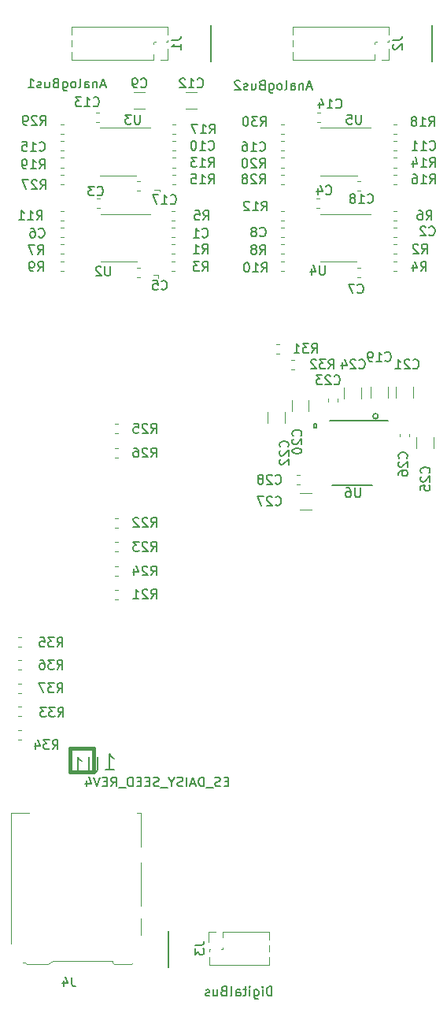
<source format=gbo>
G04 #@! TF.GenerationSoftware,KiCad,Pcbnew,(5.1.4)-1*
G04 #@! TF.CreationDate,2020-06-25T03:09:23+09:00*
G04 #@! TF.ProjectId,voice-dg,766f6963-652d-4646-972e-6b696361645f,rev?*
G04 #@! TF.SameCoordinates,Original*
G04 #@! TF.FileFunction,Legend,Bot*
G04 #@! TF.FilePolarity,Positive*
%FSLAX46Y46*%
G04 Gerber Fmt 4.6, Leading zero omitted, Abs format (unit mm)*
G04 Created by KiCad (PCBNEW (5.1.4)-1) date 2020-06-25 03:09:23*
%MOMM*%
%LPD*%
G04 APERTURE LIST*
%ADD10C,0.120000*%
%ADD11C,0.150000*%
%ADD12C,0.200000*%
%ADD13C,0.152400*%
%ADD14C,0.406400*%
%ADD15C,0.135128*%
%ADD16C,0.142240*%
G04 APERTURE END LIST*
D10*
X67800000Y-88300000D02*
X67300000Y-88300000D01*
X67800000Y-88600000D02*
X67800000Y-88300000D01*
X68000000Y-79100000D02*
X68000000Y-79300000D01*
X67400000Y-79100000D02*
X68000000Y-79100000D01*
D11*
X80047619Y-165752380D02*
X80047619Y-164752380D01*
X79809523Y-164752380D01*
X79666666Y-164800000D01*
X79571428Y-164895238D01*
X79523809Y-164990476D01*
X79476190Y-165180952D01*
X79476190Y-165323809D01*
X79523809Y-165514285D01*
X79571428Y-165609523D01*
X79666666Y-165704761D01*
X79809523Y-165752380D01*
X80047619Y-165752380D01*
X79047619Y-165752380D02*
X79047619Y-165085714D01*
X79047619Y-164752380D02*
X79095238Y-164800000D01*
X79047619Y-164847619D01*
X79000000Y-164800000D01*
X79047619Y-164752380D01*
X79047619Y-164847619D01*
X78142857Y-165085714D02*
X78142857Y-165895238D01*
X78190476Y-165990476D01*
X78238095Y-166038095D01*
X78333333Y-166085714D01*
X78476190Y-166085714D01*
X78571428Y-166038095D01*
X78142857Y-165704761D02*
X78238095Y-165752380D01*
X78428571Y-165752380D01*
X78523809Y-165704761D01*
X78571428Y-165657142D01*
X78619047Y-165561904D01*
X78619047Y-165276190D01*
X78571428Y-165180952D01*
X78523809Y-165133333D01*
X78428571Y-165085714D01*
X78238095Y-165085714D01*
X78142857Y-165133333D01*
X77666666Y-165752380D02*
X77666666Y-165085714D01*
X77666666Y-164752380D02*
X77714285Y-164800000D01*
X77666666Y-164847619D01*
X77619047Y-164800000D01*
X77666666Y-164752380D01*
X77666666Y-164847619D01*
X77333333Y-165085714D02*
X76952380Y-165085714D01*
X77190476Y-164752380D02*
X77190476Y-165609523D01*
X77142857Y-165704761D01*
X77047619Y-165752380D01*
X76952380Y-165752380D01*
X76190476Y-165752380D02*
X76190476Y-165228571D01*
X76238095Y-165133333D01*
X76333333Y-165085714D01*
X76523809Y-165085714D01*
X76619047Y-165133333D01*
X76190476Y-165704761D02*
X76285714Y-165752380D01*
X76523809Y-165752380D01*
X76619047Y-165704761D01*
X76666666Y-165609523D01*
X76666666Y-165514285D01*
X76619047Y-165419047D01*
X76523809Y-165371428D01*
X76285714Y-165371428D01*
X76190476Y-165323809D01*
X75571428Y-165752380D02*
X75666666Y-165704761D01*
X75714285Y-165609523D01*
X75714285Y-164752380D01*
X74857142Y-165228571D02*
X74714285Y-165276190D01*
X74666666Y-165323809D01*
X74619047Y-165419047D01*
X74619047Y-165561904D01*
X74666666Y-165657142D01*
X74714285Y-165704761D01*
X74809523Y-165752380D01*
X75190476Y-165752380D01*
X75190476Y-164752380D01*
X74857142Y-164752380D01*
X74761904Y-164800000D01*
X74714285Y-164847619D01*
X74666666Y-164942857D01*
X74666666Y-165038095D01*
X74714285Y-165133333D01*
X74761904Y-165180952D01*
X74857142Y-165228571D01*
X75190476Y-165228571D01*
X73761904Y-165085714D02*
X73761904Y-165752380D01*
X74190476Y-165085714D02*
X74190476Y-165609523D01*
X74142857Y-165704761D01*
X74047619Y-165752380D01*
X73904761Y-165752380D01*
X73809523Y-165704761D01*
X73761904Y-165657142D01*
X73333333Y-165704761D02*
X73238095Y-165752380D01*
X73047619Y-165752380D01*
X72952380Y-165704761D01*
X72904761Y-165609523D01*
X72904761Y-165561904D01*
X72952380Y-165466666D01*
X73047619Y-165419047D01*
X73190476Y-165419047D01*
X73285714Y-165371428D01*
X73333333Y-165276190D01*
X73333333Y-165228571D01*
X73285714Y-165133333D01*
X73190476Y-165085714D01*
X73047619Y-165085714D01*
X72952380Y-165133333D01*
D12*
X68900000Y-158800000D02*
X68900000Y-162700000D01*
D11*
X84342857Y-68066666D02*
X83866666Y-68066666D01*
X84438095Y-68352380D02*
X84104761Y-67352380D01*
X83771428Y-68352380D01*
X83438095Y-67685714D02*
X83438095Y-68352380D01*
X83438095Y-67780952D02*
X83390476Y-67733333D01*
X83295238Y-67685714D01*
X83152380Y-67685714D01*
X83057142Y-67733333D01*
X83009523Y-67828571D01*
X83009523Y-68352380D01*
X82104761Y-68352380D02*
X82104761Y-67828571D01*
X82152380Y-67733333D01*
X82247619Y-67685714D01*
X82438095Y-67685714D01*
X82533333Y-67733333D01*
X82104761Y-68304761D02*
X82200000Y-68352380D01*
X82438095Y-68352380D01*
X82533333Y-68304761D01*
X82580952Y-68209523D01*
X82580952Y-68114285D01*
X82533333Y-68019047D01*
X82438095Y-67971428D01*
X82200000Y-67971428D01*
X82104761Y-67923809D01*
X81485714Y-68352380D02*
X81580952Y-68304761D01*
X81628571Y-68209523D01*
X81628571Y-67352380D01*
X80961904Y-68352380D02*
X81057142Y-68304761D01*
X81104761Y-68257142D01*
X81152380Y-68161904D01*
X81152380Y-67876190D01*
X81104761Y-67780952D01*
X81057142Y-67733333D01*
X80961904Y-67685714D01*
X80819047Y-67685714D01*
X80723809Y-67733333D01*
X80676190Y-67780952D01*
X80628571Y-67876190D01*
X80628571Y-68161904D01*
X80676190Y-68257142D01*
X80723809Y-68304761D01*
X80819047Y-68352380D01*
X80961904Y-68352380D01*
X79771428Y-67685714D02*
X79771428Y-68495238D01*
X79819047Y-68590476D01*
X79866666Y-68638095D01*
X79961904Y-68685714D01*
X80104761Y-68685714D01*
X80200000Y-68638095D01*
X79771428Y-68304761D02*
X79866666Y-68352380D01*
X80057142Y-68352380D01*
X80152380Y-68304761D01*
X80200000Y-68257142D01*
X80247619Y-68161904D01*
X80247619Y-67876190D01*
X80200000Y-67780952D01*
X80152380Y-67733333D01*
X80057142Y-67685714D01*
X79866666Y-67685714D01*
X79771428Y-67733333D01*
X78961904Y-67828571D02*
X78819047Y-67876190D01*
X78771428Y-67923809D01*
X78723809Y-68019047D01*
X78723809Y-68161904D01*
X78771428Y-68257142D01*
X78819047Y-68304761D01*
X78914285Y-68352380D01*
X79295238Y-68352380D01*
X79295238Y-67352380D01*
X78961904Y-67352380D01*
X78866666Y-67400000D01*
X78819047Y-67447619D01*
X78771428Y-67542857D01*
X78771428Y-67638095D01*
X78819047Y-67733333D01*
X78866666Y-67780952D01*
X78961904Y-67828571D01*
X79295238Y-67828571D01*
X77866666Y-67685714D02*
X77866666Y-68352380D01*
X78295238Y-67685714D02*
X78295238Y-68209523D01*
X78247619Y-68304761D01*
X78152380Y-68352380D01*
X78009523Y-68352380D01*
X77914285Y-68304761D01*
X77866666Y-68257142D01*
X77438095Y-68304761D02*
X77342857Y-68352380D01*
X77152380Y-68352380D01*
X77057142Y-68304761D01*
X77009523Y-68209523D01*
X77009523Y-68161904D01*
X77057142Y-68066666D01*
X77152380Y-68019047D01*
X77295238Y-68019047D01*
X77390476Y-67971428D01*
X77438095Y-67876190D01*
X77438095Y-67828571D01*
X77390476Y-67733333D01*
X77295238Y-67685714D01*
X77152380Y-67685714D01*
X77057142Y-67733333D01*
X76628571Y-67447619D02*
X76580952Y-67400000D01*
X76485714Y-67352380D01*
X76247619Y-67352380D01*
X76152380Y-67400000D01*
X76104761Y-67447619D01*
X76057142Y-67542857D01*
X76057142Y-67638095D01*
X76104761Y-67780952D01*
X76676190Y-68352380D01*
X76057142Y-68352380D01*
X62142857Y-67866666D02*
X61666666Y-67866666D01*
X62238095Y-68152380D02*
X61904761Y-67152380D01*
X61571428Y-68152380D01*
X61238095Y-67485714D02*
X61238095Y-68152380D01*
X61238095Y-67580952D02*
X61190476Y-67533333D01*
X61095238Y-67485714D01*
X60952380Y-67485714D01*
X60857142Y-67533333D01*
X60809523Y-67628571D01*
X60809523Y-68152380D01*
X59904761Y-68152380D02*
X59904761Y-67628571D01*
X59952380Y-67533333D01*
X60047619Y-67485714D01*
X60238095Y-67485714D01*
X60333333Y-67533333D01*
X59904761Y-68104761D02*
X60000000Y-68152380D01*
X60238095Y-68152380D01*
X60333333Y-68104761D01*
X60380952Y-68009523D01*
X60380952Y-67914285D01*
X60333333Y-67819047D01*
X60238095Y-67771428D01*
X60000000Y-67771428D01*
X59904761Y-67723809D01*
X59285714Y-68152380D02*
X59380952Y-68104761D01*
X59428571Y-68009523D01*
X59428571Y-67152380D01*
X58761904Y-68152380D02*
X58857142Y-68104761D01*
X58904761Y-68057142D01*
X58952380Y-67961904D01*
X58952380Y-67676190D01*
X58904761Y-67580952D01*
X58857142Y-67533333D01*
X58761904Y-67485714D01*
X58619047Y-67485714D01*
X58523809Y-67533333D01*
X58476190Y-67580952D01*
X58428571Y-67676190D01*
X58428571Y-67961904D01*
X58476190Y-68057142D01*
X58523809Y-68104761D01*
X58619047Y-68152380D01*
X58761904Y-68152380D01*
X57571428Y-67485714D02*
X57571428Y-68295238D01*
X57619047Y-68390476D01*
X57666666Y-68438095D01*
X57761904Y-68485714D01*
X57904761Y-68485714D01*
X58000000Y-68438095D01*
X57571428Y-68104761D02*
X57666666Y-68152380D01*
X57857142Y-68152380D01*
X57952380Y-68104761D01*
X58000000Y-68057142D01*
X58047619Y-67961904D01*
X58047619Y-67676190D01*
X58000000Y-67580952D01*
X57952380Y-67533333D01*
X57857142Y-67485714D01*
X57666666Y-67485714D01*
X57571428Y-67533333D01*
X56761904Y-67628571D02*
X56619047Y-67676190D01*
X56571428Y-67723809D01*
X56523809Y-67819047D01*
X56523809Y-67961904D01*
X56571428Y-68057142D01*
X56619047Y-68104761D01*
X56714285Y-68152380D01*
X57095238Y-68152380D01*
X57095238Y-67152380D01*
X56761904Y-67152380D01*
X56666666Y-67200000D01*
X56619047Y-67247619D01*
X56571428Y-67342857D01*
X56571428Y-67438095D01*
X56619047Y-67533333D01*
X56666666Y-67580952D01*
X56761904Y-67628571D01*
X57095238Y-67628571D01*
X55666666Y-67485714D02*
X55666666Y-68152380D01*
X56095238Y-67485714D02*
X56095238Y-68009523D01*
X56047619Y-68104761D01*
X55952380Y-68152380D01*
X55809523Y-68152380D01*
X55714285Y-68104761D01*
X55666666Y-68057142D01*
X55238095Y-68104761D02*
X55142857Y-68152380D01*
X54952380Y-68152380D01*
X54857142Y-68104761D01*
X54809523Y-68009523D01*
X54809523Y-67961904D01*
X54857142Y-67866666D01*
X54952380Y-67819047D01*
X55095238Y-67819047D01*
X55190476Y-67771428D01*
X55238095Y-67676190D01*
X55238095Y-67628571D01*
X55190476Y-67533333D01*
X55095238Y-67485714D01*
X54952380Y-67485714D01*
X54857142Y-67533333D01*
X53857142Y-68152380D02*
X54428571Y-68152380D01*
X54142857Y-68152380D02*
X54142857Y-67152380D01*
X54238095Y-67295238D01*
X54333333Y-67390476D01*
X54428571Y-67438095D01*
D12*
X97300000Y-61400000D02*
X97300000Y-65300000D01*
X73500000Y-61400000D02*
X73500000Y-65300000D01*
D11*
X86250000Y-103950000D02*
X92550000Y-103950000D01*
X91482843Y-103450000D02*
G75*
G03X91482843Y-103450000I-282843J0D01*
G01*
D13*
X84839200Y-104284502D02*
X84585200Y-104284502D01*
X84839200Y-104665502D02*
X84839200Y-104284502D01*
X84585200Y-104665502D02*
X84839200Y-104665502D01*
X84585200Y-104284502D02*
X84585200Y-104665502D01*
X90882264Y-110829000D02*
X86517749Y-110829000D01*
D10*
X53925000Y-146115000D02*
X52005000Y-146115000D01*
X52005000Y-146115000D02*
X52005000Y-160125000D01*
X65525000Y-146115000D02*
X65975000Y-146115000D01*
X65975000Y-146115000D02*
X65975000Y-149725000D01*
X53685000Y-162385000D02*
X55995000Y-162385000D01*
X64945000Y-162385000D02*
X63085000Y-162385000D01*
X64945000Y-162385000D02*
X65145000Y-162185000D01*
X65975000Y-151425000D02*
X65975000Y-156125000D01*
X65975000Y-157425000D02*
X65975000Y-159225000D01*
X62875000Y-162035000D02*
X56505000Y-162035000D01*
X62875000Y-162035000D02*
X62875000Y-162185000D01*
X63085000Y-162385000D02*
X62875000Y-162185000D01*
X53685000Y-162385000D02*
X53485000Y-162185000D01*
X53485000Y-162185000D02*
X53225000Y-162185000D01*
X55995000Y-162385000D02*
X56505000Y-162035000D01*
D14*
X58360000Y-139110000D02*
X58360000Y-141650000D01*
X58360000Y-141650000D02*
X60900000Y-141650000D01*
X60900000Y-141650000D02*
X60900000Y-139110000D01*
X60900000Y-139110000D02*
X58360000Y-139110000D01*
D10*
X69562779Y-84210000D02*
X69237221Y-84210000D01*
X69562779Y-83190000D02*
X69237221Y-83190000D01*
X93462779Y-84210000D02*
X93137221Y-84210000D01*
X93462779Y-83190000D02*
X93137221Y-83190000D01*
X61237221Y-80090000D02*
X61562779Y-80090000D01*
X61237221Y-81110000D02*
X61562779Y-81110000D01*
X84837221Y-81110000D02*
X85162779Y-81110000D01*
X84837221Y-80090000D02*
X85162779Y-80090000D01*
X65862779Y-87490000D02*
X65537221Y-87490000D01*
X65862779Y-88510000D02*
X65537221Y-88510000D01*
X57337221Y-84210000D02*
X57662779Y-84210000D01*
X57337221Y-83190000D02*
X57662779Y-83190000D01*
X89562779Y-88510000D02*
X89237221Y-88510000D01*
X89562779Y-87490000D02*
X89237221Y-87490000D01*
X81037221Y-83190000D02*
X81362779Y-83190000D01*
X81037221Y-84210000D02*
X81362779Y-84210000D01*
X66402064Y-70410000D02*
X65197936Y-70410000D01*
X66402064Y-68590000D02*
X65197936Y-68590000D01*
X69662779Y-73890000D02*
X69337221Y-73890000D01*
X69662779Y-74910000D02*
X69337221Y-74910000D01*
X93462779Y-74910000D02*
X93137221Y-74910000D01*
X93462779Y-73890000D02*
X93137221Y-73890000D01*
X72002064Y-70410000D02*
X70797936Y-70410000D01*
X72002064Y-68590000D02*
X70797936Y-68590000D01*
X61137221Y-71810000D02*
X61462779Y-71810000D01*
X61137221Y-70790000D02*
X61462779Y-70790000D01*
X84937221Y-70790000D02*
X85262779Y-70790000D01*
X84937221Y-71810000D02*
X85262779Y-71810000D01*
X57662779Y-73890000D02*
X57337221Y-73890000D01*
X57662779Y-74910000D02*
X57337221Y-74910000D01*
X81362779Y-74910000D02*
X81037221Y-74910000D01*
X81362779Y-73890000D02*
X81037221Y-73890000D01*
X65862779Y-79210000D02*
X65537221Y-79210000D01*
X65862779Y-78190000D02*
X65537221Y-78190000D01*
X89562779Y-78190000D02*
X89237221Y-78190000D01*
X89562779Y-79210000D02*
X89237221Y-79210000D01*
X92510000Y-100297936D02*
X92510000Y-101502064D01*
X90690000Y-100297936D02*
X90690000Y-101502064D01*
X84010000Y-102902064D02*
X84010000Y-101697936D01*
X82190000Y-102902064D02*
X82190000Y-101697936D01*
X93390000Y-100297936D02*
X93390000Y-101502064D01*
X95210000Y-100297936D02*
X95210000Y-101502064D01*
X79590000Y-104202064D02*
X79590000Y-102997936D01*
X81410000Y-104202064D02*
X81410000Y-102997936D01*
X87110000Y-101912779D02*
X87110000Y-101587221D01*
X86090000Y-101912779D02*
X86090000Y-101587221D01*
X87840000Y-100347936D02*
X87840000Y-101552064D01*
X89660000Y-100347936D02*
X89660000Y-101552064D01*
X95590000Y-105697936D02*
X95590000Y-106902064D01*
X97410000Y-105697936D02*
X97410000Y-106902064D01*
X94810000Y-105662779D02*
X94810000Y-105337221D01*
X93790000Y-105662779D02*
X93790000Y-105337221D01*
X83097936Y-113510000D02*
X84302064Y-113510000D01*
X83097936Y-111690000D02*
X84302064Y-111690000D01*
X83062779Y-109790000D02*
X82737221Y-109790000D01*
X83062779Y-110810000D02*
X82737221Y-110810000D01*
X58515000Y-65130000D02*
X58515000Y-64307530D01*
X58515000Y-62422470D02*
X58515000Y-61600000D01*
X58515000Y-63692470D02*
X58515000Y-63037530D01*
X67340000Y-65130000D02*
X58515000Y-65130000D01*
X68795000Y-61600000D02*
X58515000Y-61600000D01*
X67340000Y-65130000D02*
X67340000Y-64563471D01*
X67340000Y-63436529D02*
X67340000Y-63293471D01*
X67393471Y-63240000D02*
X67536529Y-63240000D01*
X68663471Y-63240000D02*
X68795000Y-63240000D01*
X68795000Y-63240000D02*
X68795000Y-63037530D01*
X68795000Y-62422470D02*
X68795000Y-61600000D01*
X68100000Y-65130000D02*
X68860000Y-65130000D01*
X68860000Y-65130000D02*
X68860000Y-64000000D01*
X92660000Y-65130000D02*
X92660000Y-64000000D01*
X91900000Y-65130000D02*
X92660000Y-65130000D01*
X92595000Y-62422470D02*
X92595000Y-61600000D01*
X92595000Y-63240000D02*
X92595000Y-63037530D01*
X92463471Y-63240000D02*
X92595000Y-63240000D01*
X91193471Y-63240000D02*
X91336529Y-63240000D01*
X91140000Y-63436529D02*
X91140000Y-63293471D01*
X91140000Y-65130000D02*
X91140000Y-64563471D01*
X92595000Y-61600000D02*
X82315000Y-61600000D01*
X91140000Y-65130000D02*
X82315000Y-65130000D01*
X82315000Y-63692470D02*
X82315000Y-63037530D01*
X82315000Y-62422470D02*
X82315000Y-61600000D01*
X82315000Y-65130000D02*
X82315000Y-64307530D01*
X79775000Y-158870000D02*
X79775000Y-159692470D01*
X79775000Y-161577530D02*
X79775000Y-162400000D01*
X79775000Y-160307530D02*
X79775000Y-160962470D01*
X74760000Y-158870000D02*
X79775000Y-158870000D01*
X73305000Y-162400000D02*
X79775000Y-162400000D01*
X74760000Y-158870000D02*
X74760000Y-159436529D01*
X74760000Y-160563471D02*
X74760000Y-160706529D01*
X74706529Y-160760000D02*
X74563471Y-160760000D01*
X73436529Y-160760000D02*
X73305000Y-160760000D01*
X73305000Y-160760000D02*
X73305000Y-160962470D01*
X73305000Y-161577530D02*
X73305000Y-162400000D01*
X74000000Y-158870000D02*
X73240000Y-158870000D01*
X73240000Y-158870000D02*
X73240000Y-160000000D01*
X69562779Y-84990000D02*
X69237221Y-84990000D01*
X69562779Y-86010000D02*
X69237221Y-86010000D01*
X93462779Y-86010000D02*
X93137221Y-86010000D01*
X93462779Y-84990000D02*
X93137221Y-84990000D01*
X69237221Y-86790000D02*
X69562779Y-86790000D01*
X69237221Y-87810000D02*
X69562779Y-87810000D01*
X93137221Y-87810000D02*
X93462779Y-87810000D01*
X93137221Y-86790000D02*
X93462779Y-86790000D01*
X69562779Y-81390000D02*
X69237221Y-81390000D01*
X69562779Y-82410000D02*
X69237221Y-82410000D01*
X93462779Y-81390000D02*
X93137221Y-81390000D01*
X93462779Y-82410000D02*
X93137221Y-82410000D01*
X57337221Y-84990000D02*
X57662779Y-84990000D01*
X57337221Y-86010000D02*
X57662779Y-86010000D01*
X81037221Y-86010000D02*
X81362779Y-86010000D01*
X81037221Y-84990000D02*
X81362779Y-84990000D01*
X57662779Y-86790000D02*
X57337221Y-86790000D01*
X57662779Y-87810000D02*
X57337221Y-87810000D01*
X81362779Y-87810000D02*
X81037221Y-87810000D01*
X81362779Y-86790000D02*
X81037221Y-86790000D01*
X57337221Y-81390000D02*
X57662779Y-81390000D01*
X57337221Y-82410000D02*
X57662779Y-82410000D01*
X81037221Y-81390000D02*
X81362779Y-81390000D01*
X81037221Y-82410000D02*
X81362779Y-82410000D01*
X69662779Y-75690000D02*
X69337221Y-75690000D01*
X69662779Y-76710000D02*
X69337221Y-76710000D01*
X93462779Y-75690000D02*
X93137221Y-75690000D01*
X93462779Y-76710000D02*
X93137221Y-76710000D01*
X69337221Y-77490000D02*
X69662779Y-77490000D01*
X69337221Y-78510000D02*
X69662779Y-78510000D01*
X93137221Y-77490000D02*
X93462779Y-77490000D01*
X93137221Y-78510000D02*
X93462779Y-78510000D01*
X69662779Y-72090000D02*
X69337221Y-72090000D01*
X69662779Y-73110000D02*
X69337221Y-73110000D01*
X93462779Y-73110000D02*
X93137221Y-73110000D01*
X93462779Y-72090000D02*
X93137221Y-72090000D01*
X57662779Y-75690000D02*
X57337221Y-75690000D01*
X57662779Y-76710000D02*
X57337221Y-76710000D01*
X81362779Y-76710000D02*
X81037221Y-76710000D01*
X81362779Y-75690000D02*
X81037221Y-75690000D01*
X63462779Y-123110000D02*
X63137221Y-123110000D01*
X63462779Y-122090000D02*
X63137221Y-122090000D01*
X63137221Y-115410000D02*
X63462779Y-115410000D01*
X63137221Y-114390000D02*
X63462779Y-114390000D01*
X63462779Y-118010000D02*
X63137221Y-118010000D01*
X63462779Y-116990000D02*
X63137221Y-116990000D01*
X63137221Y-120610000D02*
X63462779Y-120610000D01*
X63137221Y-119590000D02*
X63462779Y-119590000D01*
X63462779Y-104290000D02*
X63137221Y-104290000D01*
X63462779Y-105310000D02*
X63137221Y-105310000D01*
X63137221Y-106890000D02*
X63462779Y-106890000D01*
X63137221Y-107910000D02*
X63462779Y-107910000D01*
X57662779Y-78510000D02*
X57337221Y-78510000D01*
X57662779Y-77490000D02*
X57337221Y-77490000D01*
X81362779Y-77490000D02*
X81037221Y-77490000D01*
X81362779Y-78510000D02*
X81037221Y-78510000D01*
X57337221Y-73110000D02*
X57662779Y-73110000D01*
X57337221Y-72090000D02*
X57662779Y-72090000D01*
X81037221Y-73110000D02*
X81362779Y-73110000D01*
X81037221Y-72090000D02*
X81362779Y-72090000D01*
X80862779Y-96710000D02*
X80537221Y-96710000D01*
X80862779Y-95690000D02*
X80537221Y-95690000D01*
X82137221Y-98410000D02*
X82462779Y-98410000D01*
X82137221Y-97390000D02*
X82462779Y-97390000D01*
X53062779Y-135710000D02*
X52737221Y-135710000D01*
X53062779Y-134690000D02*
X52737221Y-134690000D01*
X53062779Y-138210000D02*
X52737221Y-138210000D01*
X53062779Y-137190000D02*
X52737221Y-137190000D01*
X53062779Y-127190000D02*
X52737221Y-127190000D01*
X53062779Y-128210000D02*
X52737221Y-128210000D01*
X53062779Y-129690000D02*
X52737221Y-129690000D01*
X53062779Y-130710000D02*
X52737221Y-130710000D01*
X53062779Y-133210000D02*
X52737221Y-133210000D01*
X53062779Y-132190000D02*
X52737221Y-132190000D01*
X63550000Y-81740000D02*
X67000000Y-81740000D01*
X63550000Y-81740000D02*
X61600000Y-81740000D01*
X63550000Y-86860000D02*
X65500000Y-86860000D01*
X63550000Y-86860000D02*
X61600000Y-86860000D01*
X63500000Y-77560000D02*
X61550000Y-77560000D01*
X63500000Y-77560000D02*
X65450000Y-77560000D01*
X63500000Y-72440000D02*
X61550000Y-72440000D01*
X63500000Y-72440000D02*
X66950000Y-72440000D01*
X87200000Y-81740000D02*
X90650000Y-81740000D01*
X87200000Y-81740000D02*
X85250000Y-81740000D01*
X87200000Y-86860000D02*
X89150000Y-86860000D01*
X87200000Y-86860000D02*
X85250000Y-86860000D01*
X87250000Y-77560000D02*
X85300000Y-77560000D01*
X87250000Y-77560000D02*
X89200000Y-77560000D01*
X87250000Y-72440000D02*
X85300000Y-72440000D01*
X87250000Y-72440000D02*
X90700000Y-72440000D01*
D11*
X89561904Y-111152380D02*
X89561904Y-111961904D01*
X89514285Y-112057142D01*
X89466666Y-112104761D01*
X89371428Y-112152380D01*
X89180952Y-112152380D01*
X89085714Y-112104761D01*
X89038095Y-112057142D01*
X88990476Y-111961904D01*
X88990476Y-111152380D01*
X88085714Y-111152380D02*
X88276190Y-111152380D01*
X88371428Y-111200000D01*
X88419047Y-111247619D01*
X88514285Y-111390476D01*
X88561904Y-111580952D01*
X88561904Y-111961904D01*
X88514285Y-112057142D01*
X88466666Y-112104761D01*
X88371428Y-112152380D01*
X88180952Y-112152380D01*
X88085714Y-112104761D01*
X88038095Y-112057142D01*
X87990476Y-111961904D01*
X87990476Y-111723809D01*
X88038095Y-111628571D01*
X88085714Y-111580952D01*
X88180952Y-111533333D01*
X88371428Y-111533333D01*
X88466666Y-111580952D01*
X88514285Y-111628571D01*
X88561904Y-111723809D01*
X58533333Y-163752380D02*
X58533333Y-164466666D01*
X58580952Y-164609523D01*
X58676190Y-164704761D01*
X58819047Y-164752380D01*
X58914285Y-164752380D01*
X57628571Y-164085714D02*
X57628571Y-164752380D01*
X57866666Y-163704761D02*
X58104761Y-164419047D01*
X57485714Y-164419047D01*
D15*
X61313866Y-140055466D02*
X61313866Y-141422833D01*
X61233433Y-141583700D01*
X61152999Y-141664133D01*
X60992133Y-141744566D01*
X60670399Y-141744566D01*
X60509533Y-141664133D01*
X60429099Y-141583700D01*
X60348666Y-141422833D01*
X60348666Y-140055466D01*
X58659566Y-141744566D02*
X59624766Y-141744566D01*
X59142166Y-141744566D02*
X59142166Y-140055466D01*
X59303033Y-140296766D01*
X59463899Y-140457633D01*
X59624766Y-140538066D01*
D11*
X75364404Y-142728571D02*
X75031071Y-142728571D01*
X74888214Y-143252380D02*
X75364404Y-143252380D01*
X75364404Y-142252380D01*
X74888214Y-142252380D01*
X74507261Y-143204761D02*
X74364404Y-143252380D01*
X74126309Y-143252380D01*
X74031071Y-143204761D01*
X73983452Y-143157142D01*
X73935833Y-143061904D01*
X73935833Y-142966666D01*
X73983452Y-142871428D01*
X74031071Y-142823809D01*
X74126309Y-142776190D01*
X74316785Y-142728571D01*
X74412023Y-142680952D01*
X74459642Y-142633333D01*
X74507261Y-142538095D01*
X74507261Y-142442857D01*
X74459642Y-142347619D01*
X74412023Y-142300000D01*
X74316785Y-142252380D01*
X74078690Y-142252380D01*
X73935833Y-142300000D01*
X73745357Y-143347619D02*
X72983452Y-143347619D01*
X72745357Y-143252380D02*
X72745357Y-142252380D01*
X72507261Y-142252380D01*
X72364404Y-142300000D01*
X72269166Y-142395238D01*
X72221547Y-142490476D01*
X72173928Y-142680952D01*
X72173928Y-142823809D01*
X72221547Y-143014285D01*
X72269166Y-143109523D01*
X72364404Y-143204761D01*
X72507261Y-143252380D01*
X72745357Y-143252380D01*
X71792976Y-142966666D02*
X71316785Y-142966666D01*
X71888214Y-143252380D02*
X71554880Y-142252380D01*
X71221547Y-143252380D01*
X70888214Y-143252380D02*
X70888214Y-142252380D01*
X70459642Y-143204761D02*
X70316785Y-143252380D01*
X70078690Y-143252380D01*
X69983452Y-143204761D01*
X69935833Y-143157142D01*
X69888214Y-143061904D01*
X69888214Y-142966666D01*
X69935833Y-142871428D01*
X69983452Y-142823809D01*
X70078690Y-142776190D01*
X70269166Y-142728571D01*
X70364404Y-142680952D01*
X70412023Y-142633333D01*
X70459642Y-142538095D01*
X70459642Y-142442857D01*
X70412023Y-142347619D01*
X70364404Y-142300000D01*
X70269166Y-142252380D01*
X70031071Y-142252380D01*
X69888214Y-142300000D01*
X69269166Y-142776190D02*
X69269166Y-143252380D01*
X69602500Y-142252380D02*
X69269166Y-142776190D01*
X68935833Y-142252380D01*
X68840595Y-143347619D02*
X68078690Y-143347619D01*
X67888214Y-143204761D02*
X67745357Y-143252380D01*
X67507261Y-143252380D01*
X67412023Y-143204761D01*
X67364404Y-143157142D01*
X67316785Y-143061904D01*
X67316785Y-142966666D01*
X67364404Y-142871428D01*
X67412023Y-142823809D01*
X67507261Y-142776190D01*
X67697738Y-142728571D01*
X67792976Y-142680952D01*
X67840595Y-142633333D01*
X67888214Y-142538095D01*
X67888214Y-142442857D01*
X67840595Y-142347619D01*
X67792976Y-142300000D01*
X67697738Y-142252380D01*
X67459642Y-142252380D01*
X67316785Y-142300000D01*
X66888214Y-142728571D02*
X66554880Y-142728571D01*
X66412023Y-143252380D02*
X66888214Y-143252380D01*
X66888214Y-142252380D01*
X66412023Y-142252380D01*
X65983452Y-142728571D02*
X65650119Y-142728571D01*
X65507261Y-143252380D02*
X65983452Y-143252380D01*
X65983452Y-142252380D01*
X65507261Y-142252380D01*
X65078690Y-143252380D02*
X65078690Y-142252380D01*
X64840595Y-142252380D01*
X64697738Y-142300000D01*
X64602500Y-142395238D01*
X64554880Y-142490476D01*
X64507261Y-142680952D01*
X64507261Y-142823809D01*
X64554880Y-143014285D01*
X64602500Y-143109523D01*
X64697738Y-143204761D01*
X64840595Y-143252380D01*
X65078690Y-143252380D01*
X64316785Y-143347619D02*
X63554880Y-143347619D01*
X62745357Y-143252380D02*
X63078690Y-142776190D01*
X63316785Y-143252380D02*
X63316785Y-142252380D01*
X62935833Y-142252380D01*
X62840595Y-142300000D01*
X62792976Y-142347619D01*
X62745357Y-142442857D01*
X62745357Y-142585714D01*
X62792976Y-142680952D01*
X62840595Y-142728571D01*
X62935833Y-142776190D01*
X63316785Y-142776190D01*
X62316785Y-142728571D02*
X61983452Y-142728571D01*
X61840595Y-143252380D02*
X62316785Y-143252380D01*
X62316785Y-142252380D01*
X61840595Y-142252380D01*
X61554880Y-142252380D02*
X61221547Y-143252380D01*
X60888214Y-142252380D01*
X60126309Y-142585714D02*
X60126309Y-143252380D01*
X60364404Y-142204761D02*
X60602500Y-142919047D01*
X59983452Y-142919047D01*
D16*
X62114189Y-141419566D02*
X63079389Y-141419566D01*
X62596789Y-141419566D02*
X62596789Y-139730466D01*
X62757656Y-139971766D01*
X62918522Y-140132633D01*
X63079389Y-140213066D01*
D11*
X72566666Y-84157142D02*
X72614285Y-84204761D01*
X72757142Y-84252380D01*
X72852380Y-84252380D01*
X72995238Y-84204761D01*
X73090476Y-84109523D01*
X73138095Y-84014285D01*
X73185714Y-83823809D01*
X73185714Y-83680952D01*
X73138095Y-83490476D01*
X73090476Y-83395238D01*
X72995238Y-83300000D01*
X72852380Y-83252380D01*
X72757142Y-83252380D01*
X72614285Y-83300000D01*
X72566666Y-83347619D01*
X71614285Y-84252380D02*
X72185714Y-84252380D01*
X71900000Y-84252380D02*
X71900000Y-83252380D01*
X71995238Y-83395238D01*
X72090476Y-83490476D01*
X72185714Y-83538095D01*
X96966666Y-83957142D02*
X97014285Y-84004761D01*
X97157142Y-84052380D01*
X97252380Y-84052380D01*
X97395238Y-84004761D01*
X97490476Y-83909523D01*
X97538095Y-83814285D01*
X97585714Y-83623809D01*
X97585714Y-83480952D01*
X97538095Y-83290476D01*
X97490476Y-83195238D01*
X97395238Y-83100000D01*
X97252380Y-83052380D01*
X97157142Y-83052380D01*
X97014285Y-83100000D01*
X96966666Y-83147619D01*
X96585714Y-83147619D02*
X96538095Y-83100000D01*
X96442857Y-83052380D01*
X96204761Y-83052380D01*
X96109523Y-83100000D01*
X96061904Y-83147619D01*
X96014285Y-83242857D01*
X96014285Y-83338095D01*
X96061904Y-83480952D01*
X96633333Y-84052380D01*
X96014285Y-84052380D01*
X61266666Y-79657142D02*
X61314285Y-79704761D01*
X61457142Y-79752380D01*
X61552380Y-79752380D01*
X61695238Y-79704761D01*
X61790476Y-79609523D01*
X61838095Y-79514285D01*
X61885714Y-79323809D01*
X61885714Y-79180952D01*
X61838095Y-78990476D01*
X61790476Y-78895238D01*
X61695238Y-78800000D01*
X61552380Y-78752380D01*
X61457142Y-78752380D01*
X61314285Y-78800000D01*
X61266666Y-78847619D01*
X60933333Y-78752380D02*
X60314285Y-78752380D01*
X60647619Y-79133333D01*
X60504761Y-79133333D01*
X60409523Y-79180952D01*
X60361904Y-79228571D01*
X60314285Y-79323809D01*
X60314285Y-79561904D01*
X60361904Y-79657142D01*
X60409523Y-79704761D01*
X60504761Y-79752380D01*
X60790476Y-79752380D01*
X60885714Y-79704761D01*
X60933333Y-79657142D01*
X85866666Y-79557142D02*
X85914285Y-79604761D01*
X86057142Y-79652380D01*
X86152380Y-79652380D01*
X86295238Y-79604761D01*
X86390476Y-79509523D01*
X86438095Y-79414285D01*
X86485714Y-79223809D01*
X86485714Y-79080952D01*
X86438095Y-78890476D01*
X86390476Y-78795238D01*
X86295238Y-78700000D01*
X86152380Y-78652380D01*
X86057142Y-78652380D01*
X85914285Y-78700000D01*
X85866666Y-78747619D01*
X85009523Y-78985714D02*
X85009523Y-79652380D01*
X85247619Y-78604761D02*
X85485714Y-79319047D01*
X84866666Y-79319047D01*
X68166666Y-89757142D02*
X68214285Y-89804761D01*
X68357142Y-89852380D01*
X68452380Y-89852380D01*
X68595238Y-89804761D01*
X68690476Y-89709523D01*
X68738095Y-89614285D01*
X68785714Y-89423809D01*
X68785714Y-89280952D01*
X68738095Y-89090476D01*
X68690476Y-88995238D01*
X68595238Y-88900000D01*
X68452380Y-88852380D01*
X68357142Y-88852380D01*
X68214285Y-88900000D01*
X68166666Y-88947619D01*
X67261904Y-88852380D02*
X67738095Y-88852380D01*
X67785714Y-89328571D01*
X67738095Y-89280952D01*
X67642857Y-89233333D01*
X67404761Y-89233333D01*
X67309523Y-89280952D01*
X67261904Y-89328571D01*
X67214285Y-89423809D01*
X67214285Y-89661904D01*
X67261904Y-89757142D01*
X67309523Y-89804761D01*
X67404761Y-89852380D01*
X67642857Y-89852380D01*
X67738095Y-89804761D01*
X67785714Y-89757142D01*
X54966666Y-84157142D02*
X55014285Y-84204761D01*
X55157142Y-84252380D01*
X55252380Y-84252380D01*
X55395238Y-84204761D01*
X55490476Y-84109523D01*
X55538095Y-84014285D01*
X55585714Y-83823809D01*
X55585714Y-83680952D01*
X55538095Y-83490476D01*
X55490476Y-83395238D01*
X55395238Y-83300000D01*
X55252380Y-83252380D01*
X55157142Y-83252380D01*
X55014285Y-83300000D01*
X54966666Y-83347619D01*
X54109523Y-83252380D02*
X54300000Y-83252380D01*
X54395238Y-83300000D01*
X54442857Y-83347619D01*
X54538095Y-83490476D01*
X54585714Y-83680952D01*
X54585714Y-84061904D01*
X54538095Y-84157142D01*
X54490476Y-84204761D01*
X54395238Y-84252380D01*
X54204761Y-84252380D01*
X54109523Y-84204761D01*
X54061904Y-84157142D01*
X54014285Y-84061904D01*
X54014285Y-83823809D01*
X54061904Y-83728571D01*
X54109523Y-83680952D01*
X54204761Y-83633333D01*
X54395238Y-83633333D01*
X54490476Y-83680952D01*
X54538095Y-83728571D01*
X54585714Y-83823809D01*
X89266666Y-90157142D02*
X89314285Y-90204761D01*
X89457142Y-90252380D01*
X89552380Y-90252380D01*
X89695238Y-90204761D01*
X89790476Y-90109523D01*
X89838095Y-90014285D01*
X89885714Y-89823809D01*
X89885714Y-89680952D01*
X89838095Y-89490476D01*
X89790476Y-89395238D01*
X89695238Y-89300000D01*
X89552380Y-89252380D01*
X89457142Y-89252380D01*
X89314285Y-89300000D01*
X89266666Y-89347619D01*
X88933333Y-89252380D02*
X88266666Y-89252380D01*
X88695238Y-90252380D01*
X78766666Y-84057142D02*
X78814285Y-84104761D01*
X78957142Y-84152380D01*
X79052380Y-84152380D01*
X79195238Y-84104761D01*
X79290476Y-84009523D01*
X79338095Y-83914285D01*
X79385714Y-83723809D01*
X79385714Y-83580952D01*
X79338095Y-83390476D01*
X79290476Y-83295238D01*
X79195238Y-83200000D01*
X79052380Y-83152380D01*
X78957142Y-83152380D01*
X78814285Y-83200000D01*
X78766666Y-83247619D01*
X78195238Y-83580952D02*
X78290476Y-83533333D01*
X78338095Y-83485714D01*
X78385714Y-83390476D01*
X78385714Y-83342857D01*
X78338095Y-83247619D01*
X78290476Y-83200000D01*
X78195238Y-83152380D01*
X78004761Y-83152380D01*
X77909523Y-83200000D01*
X77861904Y-83247619D01*
X77814285Y-83342857D01*
X77814285Y-83390476D01*
X77861904Y-83485714D01*
X77909523Y-83533333D01*
X78004761Y-83580952D01*
X78195238Y-83580952D01*
X78290476Y-83628571D01*
X78338095Y-83676190D01*
X78385714Y-83771428D01*
X78385714Y-83961904D01*
X78338095Y-84057142D01*
X78290476Y-84104761D01*
X78195238Y-84152380D01*
X78004761Y-84152380D01*
X77909523Y-84104761D01*
X77861904Y-84057142D01*
X77814285Y-83961904D01*
X77814285Y-83771428D01*
X77861904Y-83676190D01*
X77909523Y-83628571D01*
X78004761Y-83580952D01*
X65966666Y-68037142D02*
X66014285Y-68084761D01*
X66157142Y-68132380D01*
X66252380Y-68132380D01*
X66395238Y-68084761D01*
X66490476Y-67989523D01*
X66538095Y-67894285D01*
X66585714Y-67703809D01*
X66585714Y-67560952D01*
X66538095Y-67370476D01*
X66490476Y-67275238D01*
X66395238Y-67180000D01*
X66252380Y-67132380D01*
X66157142Y-67132380D01*
X66014285Y-67180000D01*
X65966666Y-67227619D01*
X65490476Y-68132380D02*
X65300000Y-68132380D01*
X65204761Y-68084761D01*
X65157142Y-68037142D01*
X65061904Y-67894285D01*
X65014285Y-67703809D01*
X65014285Y-67322857D01*
X65061904Y-67227619D01*
X65109523Y-67180000D01*
X65204761Y-67132380D01*
X65395238Y-67132380D01*
X65490476Y-67180000D01*
X65538095Y-67227619D01*
X65585714Y-67322857D01*
X65585714Y-67560952D01*
X65538095Y-67656190D01*
X65490476Y-67703809D01*
X65395238Y-67751428D01*
X65204761Y-67751428D01*
X65109523Y-67703809D01*
X65061904Y-67656190D01*
X65014285Y-67560952D01*
X73242857Y-74757142D02*
X73290476Y-74804761D01*
X73433333Y-74852380D01*
X73528571Y-74852380D01*
X73671428Y-74804761D01*
X73766666Y-74709523D01*
X73814285Y-74614285D01*
X73861904Y-74423809D01*
X73861904Y-74280952D01*
X73814285Y-74090476D01*
X73766666Y-73995238D01*
X73671428Y-73900000D01*
X73528571Y-73852380D01*
X73433333Y-73852380D01*
X73290476Y-73900000D01*
X73242857Y-73947619D01*
X72290476Y-74852380D02*
X72861904Y-74852380D01*
X72576190Y-74852380D02*
X72576190Y-73852380D01*
X72671428Y-73995238D01*
X72766666Y-74090476D01*
X72861904Y-74138095D01*
X71671428Y-73852380D02*
X71576190Y-73852380D01*
X71480952Y-73900000D01*
X71433333Y-73947619D01*
X71385714Y-74042857D01*
X71338095Y-74233333D01*
X71338095Y-74471428D01*
X71385714Y-74661904D01*
X71433333Y-74757142D01*
X71480952Y-74804761D01*
X71576190Y-74852380D01*
X71671428Y-74852380D01*
X71766666Y-74804761D01*
X71814285Y-74757142D01*
X71861904Y-74661904D01*
X71909523Y-74471428D01*
X71909523Y-74233333D01*
X71861904Y-74042857D01*
X71814285Y-73947619D01*
X71766666Y-73900000D01*
X71671428Y-73852380D01*
X97042857Y-74757142D02*
X97090476Y-74804761D01*
X97233333Y-74852380D01*
X97328571Y-74852380D01*
X97471428Y-74804761D01*
X97566666Y-74709523D01*
X97614285Y-74614285D01*
X97661904Y-74423809D01*
X97661904Y-74280952D01*
X97614285Y-74090476D01*
X97566666Y-73995238D01*
X97471428Y-73900000D01*
X97328571Y-73852380D01*
X97233333Y-73852380D01*
X97090476Y-73900000D01*
X97042857Y-73947619D01*
X96090476Y-74852380D02*
X96661904Y-74852380D01*
X96376190Y-74852380D02*
X96376190Y-73852380D01*
X96471428Y-73995238D01*
X96566666Y-74090476D01*
X96661904Y-74138095D01*
X95138095Y-74852380D02*
X95709523Y-74852380D01*
X95423809Y-74852380D02*
X95423809Y-73852380D01*
X95519047Y-73995238D01*
X95614285Y-74090476D01*
X95709523Y-74138095D01*
X72042857Y-68037142D02*
X72090476Y-68084761D01*
X72233333Y-68132380D01*
X72328571Y-68132380D01*
X72471428Y-68084761D01*
X72566666Y-67989523D01*
X72614285Y-67894285D01*
X72661904Y-67703809D01*
X72661904Y-67560952D01*
X72614285Y-67370476D01*
X72566666Y-67275238D01*
X72471428Y-67180000D01*
X72328571Y-67132380D01*
X72233333Y-67132380D01*
X72090476Y-67180000D01*
X72042857Y-67227619D01*
X71090476Y-68132380D02*
X71661904Y-68132380D01*
X71376190Y-68132380D02*
X71376190Y-67132380D01*
X71471428Y-67275238D01*
X71566666Y-67370476D01*
X71661904Y-67418095D01*
X70709523Y-67227619D02*
X70661904Y-67180000D01*
X70566666Y-67132380D01*
X70328571Y-67132380D01*
X70233333Y-67180000D01*
X70185714Y-67227619D01*
X70138095Y-67322857D01*
X70138095Y-67418095D01*
X70185714Y-67560952D01*
X70757142Y-68132380D01*
X70138095Y-68132380D01*
X60842857Y-70057142D02*
X60890476Y-70104761D01*
X61033333Y-70152380D01*
X61128571Y-70152380D01*
X61271428Y-70104761D01*
X61366666Y-70009523D01*
X61414285Y-69914285D01*
X61461904Y-69723809D01*
X61461904Y-69580952D01*
X61414285Y-69390476D01*
X61366666Y-69295238D01*
X61271428Y-69200000D01*
X61128571Y-69152380D01*
X61033333Y-69152380D01*
X60890476Y-69200000D01*
X60842857Y-69247619D01*
X59890476Y-70152380D02*
X60461904Y-70152380D01*
X60176190Y-70152380D02*
X60176190Y-69152380D01*
X60271428Y-69295238D01*
X60366666Y-69390476D01*
X60461904Y-69438095D01*
X59557142Y-69152380D02*
X58938095Y-69152380D01*
X59271428Y-69533333D01*
X59128571Y-69533333D01*
X59033333Y-69580952D01*
X58985714Y-69628571D01*
X58938095Y-69723809D01*
X58938095Y-69961904D01*
X58985714Y-70057142D01*
X59033333Y-70104761D01*
X59128571Y-70152380D01*
X59414285Y-70152380D01*
X59509523Y-70104761D01*
X59557142Y-70057142D01*
X86942857Y-70257142D02*
X86990476Y-70304761D01*
X87133333Y-70352380D01*
X87228571Y-70352380D01*
X87371428Y-70304761D01*
X87466666Y-70209523D01*
X87514285Y-70114285D01*
X87561904Y-69923809D01*
X87561904Y-69780952D01*
X87514285Y-69590476D01*
X87466666Y-69495238D01*
X87371428Y-69400000D01*
X87228571Y-69352380D01*
X87133333Y-69352380D01*
X86990476Y-69400000D01*
X86942857Y-69447619D01*
X85990476Y-70352380D02*
X86561904Y-70352380D01*
X86276190Y-70352380D02*
X86276190Y-69352380D01*
X86371428Y-69495238D01*
X86466666Y-69590476D01*
X86561904Y-69638095D01*
X85133333Y-69685714D02*
X85133333Y-70352380D01*
X85371428Y-69304761D02*
X85609523Y-70019047D01*
X84990476Y-70019047D01*
X55042857Y-74857142D02*
X55090476Y-74904761D01*
X55233333Y-74952380D01*
X55328571Y-74952380D01*
X55471428Y-74904761D01*
X55566666Y-74809523D01*
X55614285Y-74714285D01*
X55661904Y-74523809D01*
X55661904Y-74380952D01*
X55614285Y-74190476D01*
X55566666Y-74095238D01*
X55471428Y-74000000D01*
X55328571Y-73952380D01*
X55233333Y-73952380D01*
X55090476Y-74000000D01*
X55042857Y-74047619D01*
X54090476Y-74952380D02*
X54661904Y-74952380D01*
X54376190Y-74952380D02*
X54376190Y-73952380D01*
X54471428Y-74095238D01*
X54566666Y-74190476D01*
X54661904Y-74238095D01*
X53185714Y-73952380D02*
X53661904Y-73952380D01*
X53709523Y-74428571D01*
X53661904Y-74380952D01*
X53566666Y-74333333D01*
X53328571Y-74333333D01*
X53233333Y-74380952D01*
X53185714Y-74428571D01*
X53138095Y-74523809D01*
X53138095Y-74761904D01*
X53185714Y-74857142D01*
X53233333Y-74904761D01*
X53328571Y-74952380D01*
X53566666Y-74952380D01*
X53661904Y-74904761D01*
X53709523Y-74857142D01*
X78742857Y-74857142D02*
X78790476Y-74904761D01*
X78933333Y-74952380D01*
X79028571Y-74952380D01*
X79171428Y-74904761D01*
X79266666Y-74809523D01*
X79314285Y-74714285D01*
X79361904Y-74523809D01*
X79361904Y-74380952D01*
X79314285Y-74190476D01*
X79266666Y-74095238D01*
X79171428Y-74000000D01*
X79028571Y-73952380D01*
X78933333Y-73952380D01*
X78790476Y-74000000D01*
X78742857Y-74047619D01*
X77790476Y-74952380D02*
X78361904Y-74952380D01*
X78076190Y-74952380D02*
X78076190Y-73952380D01*
X78171428Y-74095238D01*
X78266666Y-74190476D01*
X78361904Y-74238095D01*
X76933333Y-73952380D02*
X77123809Y-73952380D01*
X77219047Y-74000000D01*
X77266666Y-74047619D01*
X77361904Y-74190476D01*
X77409523Y-74380952D01*
X77409523Y-74761904D01*
X77361904Y-74857142D01*
X77314285Y-74904761D01*
X77219047Y-74952380D01*
X77028571Y-74952380D01*
X76933333Y-74904761D01*
X76885714Y-74857142D01*
X76838095Y-74761904D01*
X76838095Y-74523809D01*
X76885714Y-74428571D01*
X76933333Y-74380952D01*
X77028571Y-74333333D01*
X77219047Y-74333333D01*
X77314285Y-74380952D01*
X77361904Y-74428571D01*
X77409523Y-74523809D01*
X69142857Y-80557142D02*
X69190476Y-80604761D01*
X69333333Y-80652380D01*
X69428571Y-80652380D01*
X69571428Y-80604761D01*
X69666666Y-80509523D01*
X69714285Y-80414285D01*
X69761904Y-80223809D01*
X69761904Y-80080952D01*
X69714285Y-79890476D01*
X69666666Y-79795238D01*
X69571428Y-79700000D01*
X69428571Y-79652380D01*
X69333333Y-79652380D01*
X69190476Y-79700000D01*
X69142857Y-79747619D01*
X68190476Y-80652380D02*
X68761904Y-80652380D01*
X68476190Y-80652380D02*
X68476190Y-79652380D01*
X68571428Y-79795238D01*
X68666666Y-79890476D01*
X68761904Y-79938095D01*
X67857142Y-79652380D02*
X67190476Y-79652380D01*
X67619047Y-80652380D01*
X90342857Y-80457142D02*
X90390476Y-80504761D01*
X90533333Y-80552380D01*
X90628571Y-80552380D01*
X90771428Y-80504761D01*
X90866666Y-80409523D01*
X90914285Y-80314285D01*
X90961904Y-80123809D01*
X90961904Y-79980952D01*
X90914285Y-79790476D01*
X90866666Y-79695238D01*
X90771428Y-79600000D01*
X90628571Y-79552380D01*
X90533333Y-79552380D01*
X90390476Y-79600000D01*
X90342857Y-79647619D01*
X89390476Y-80552380D02*
X89961904Y-80552380D01*
X89676190Y-80552380D02*
X89676190Y-79552380D01*
X89771428Y-79695238D01*
X89866666Y-79790476D01*
X89961904Y-79838095D01*
X88819047Y-79980952D02*
X88914285Y-79933333D01*
X88961904Y-79885714D01*
X89009523Y-79790476D01*
X89009523Y-79742857D01*
X88961904Y-79647619D01*
X88914285Y-79600000D01*
X88819047Y-79552380D01*
X88628571Y-79552380D01*
X88533333Y-79600000D01*
X88485714Y-79647619D01*
X88438095Y-79742857D01*
X88438095Y-79790476D01*
X88485714Y-79885714D01*
X88533333Y-79933333D01*
X88628571Y-79980952D01*
X88819047Y-79980952D01*
X88914285Y-80028571D01*
X88961904Y-80076190D01*
X89009523Y-80171428D01*
X89009523Y-80361904D01*
X88961904Y-80457142D01*
X88914285Y-80504761D01*
X88819047Y-80552380D01*
X88628571Y-80552380D01*
X88533333Y-80504761D01*
X88485714Y-80457142D01*
X88438095Y-80361904D01*
X88438095Y-80171428D01*
X88485714Y-80076190D01*
X88533333Y-80028571D01*
X88628571Y-79980952D01*
X92242857Y-97457142D02*
X92290476Y-97504761D01*
X92433333Y-97552380D01*
X92528571Y-97552380D01*
X92671428Y-97504761D01*
X92766666Y-97409523D01*
X92814285Y-97314285D01*
X92861904Y-97123809D01*
X92861904Y-96980952D01*
X92814285Y-96790476D01*
X92766666Y-96695238D01*
X92671428Y-96600000D01*
X92528571Y-96552380D01*
X92433333Y-96552380D01*
X92290476Y-96600000D01*
X92242857Y-96647619D01*
X91290476Y-97552380D02*
X91861904Y-97552380D01*
X91576190Y-97552380D02*
X91576190Y-96552380D01*
X91671428Y-96695238D01*
X91766666Y-96790476D01*
X91861904Y-96838095D01*
X90814285Y-97552380D02*
X90623809Y-97552380D01*
X90528571Y-97504761D01*
X90480952Y-97457142D01*
X90385714Y-97314285D01*
X90338095Y-97123809D01*
X90338095Y-96742857D01*
X90385714Y-96647619D01*
X90433333Y-96600000D01*
X90528571Y-96552380D01*
X90719047Y-96552380D01*
X90814285Y-96600000D01*
X90861904Y-96647619D01*
X90909523Y-96742857D01*
X90909523Y-96980952D01*
X90861904Y-97076190D01*
X90814285Y-97123809D01*
X90719047Y-97171428D01*
X90528571Y-97171428D01*
X90433333Y-97123809D01*
X90385714Y-97076190D01*
X90338095Y-96980952D01*
X83157142Y-105557142D02*
X83204761Y-105509523D01*
X83252380Y-105366666D01*
X83252380Y-105271428D01*
X83204761Y-105128571D01*
X83109523Y-105033333D01*
X83014285Y-104985714D01*
X82823809Y-104938095D01*
X82680952Y-104938095D01*
X82490476Y-104985714D01*
X82395238Y-105033333D01*
X82300000Y-105128571D01*
X82252380Y-105271428D01*
X82252380Y-105366666D01*
X82300000Y-105509523D01*
X82347619Y-105557142D01*
X82347619Y-105938095D02*
X82300000Y-105985714D01*
X82252380Y-106080952D01*
X82252380Y-106319047D01*
X82300000Y-106414285D01*
X82347619Y-106461904D01*
X82442857Y-106509523D01*
X82538095Y-106509523D01*
X82680952Y-106461904D01*
X83252380Y-105890476D01*
X83252380Y-106509523D01*
X82252380Y-107128571D02*
X82252380Y-107223809D01*
X82300000Y-107319047D01*
X82347619Y-107366666D01*
X82442857Y-107414285D01*
X82633333Y-107461904D01*
X82871428Y-107461904D01*
X83061904Y-107414285D01*
X83157142Y-107366666D01*
X83204761Y-107319047D01*
X83252380Y-107223809D01*
X83252380Y-107128571D01*
X83204761Y-107033333D01*
X83157142Y-106985714D01*
X83061904Y-106938095D01*
X82871428Y-106890476D01*
X82633333Y-106890476D01*
X82442857Y-106938095D01*
X82347619Y-106985714D01*
X82300000Y-107033333D01*
X82252380Y-107128571D01*
X95242857Y-98257142D02*
X95290476Y-98304761D01*
X95433333Y-98352380D01*
X95528571Y-98352380D01*
X95671428Y-98304761D01*
X95766666Y-98209523D01*
X95814285Y-98114285D01*
X95861904Y-97923809D01*
X95861904Y-97780952D01*
X95814285Y-97590476D01*
X95766666Y-97495238D01*
X95671428Y-97400000D01*
X95528571Y-97352380D01*
X95433333Y-97352380D01*
X95290476Y-97400000D01*
X95242857Y-97447619D01*
X94861904Y-97447619D02*
X94814285Y-97400000D01*
X94719047Y-97352380D01*
X94480952Y-97352380D01*
X94385714Y-97400000D01*
X94338095Y-97447619D01*
X94290476Y-97542857D01*
X94290476Y-97638095D01*
X94338095Y-97780952D01*
X94909523Y-98352380D01*
X94290476Y-98352380D01*
X93338095Y-98352380D02*
X93909523Y-98352380D01*
X93623809Y-98352380D02*
X93623809Y-97352380D01*
X93719047Y-97495238D01*
X93814285Y-97590476D01*
X93909523Y-97638095D01*
X81757142Y-106757142D02*
X81804761Y-106709523D01*
X81852380Y-106566666D01*
X81852380Y-106471428D01*
X81804761Y-106328571D01*
X81709523Y-106233333D01*
X81614285Y-106185714D01*
X81423809Y-106138095D01*
X81280952Y-106138095D01*
X81090476Y-106185714D01*
X80995238Y-106233333D01*
X80900000Y-106328571D01*
X80852380Y-106471428D01*
X80852380Y-106566666D01*
X80900000Y-106709523D01*
X80947619Y-106757142D01*
X80947619Y-107138095D02*
X80900000Y-107185714D01*
X80852380Y-107280952D01*
X80852380Y-107519047D01*
X80900000Y-107614285D01*
X80947619Y-107661904D01*
X81042857Y-107709523D01*
X81138095Y-107709523D01*
X81280952Y-107661904D01*
X81852380Y-107090476D01*
X81852380Y-107709523D01*
X80947619Y-108090476D02*
X80900000Y-108138095D01*
X80852380Y-108233333D01*
X80852380Y-108471428D01*
X80900000Y-108566666D01*
X80947619Y-108614285D01*
X81042857Y-108661904D01*
X81138095Y-108661904D01*
X81280952Y-108614285D01*
X81852380Y-108042857D01*
X81852380Y-108661904D01*
X86742857Y-99957142D02*
X86790476Y-100004761D01*
X86933333Y-100052380D01*
X87028571Y-100052380D01*
X87171428Y-100004761D01*
X87266666Y-99909523D01*
X87314285Y-99814285D01*
X87361904Y-99623809D01*
X87361904Y-99480952D01*
X87314285Y-99290476D01*
X87266666Y-99195238D01*
X87171428Y-99100000D01*
X87028571Y-99052380D01*
X86933333Y-99052380D01*
X86790476Y-99100000D01*
X86742857Y-99147619D01*
X86361904Y-99147619D02*
X86314285Y-99100000D01*
X86219047Y-99052380D01*
X85980952Y-99052380D01*
X85885714Y-99100000D01*
X85838095Y-99147619D01*
X85790476Y-99242857D01*
X85790476Y-99338095D01*
X85838095Y-99480952D01*
X86409523Y-100052380D01*
X85790476Y-100052380D01*
X85457142Y-99052380D02*
X84838095Y-99052380D01*
X85171428Y-99433333D01*
X85028571Y-99433333D01*
X84933333Y-99480952D01*
X84885714Y-99528571D01*
X84838095Y-99623809D01*
X84838095Y-99861904D01*
X84885714Y-99957142D01*
X84933333Y-100004761D01*
X85028571Y-100052380D01*
X85314285Y-100052380D01*
X85409523Y-100004761D01*
X85457142Y-99957142D01*
X89442857Y-98257142D02*
X89490476Y-98304761D01*
X89633333Y-98352380D01*
X89728571Y-98352380D01*
X89871428Y-98304761D01*
X89966666Y-98209523D01*
X90014285Y-98114285D01*
X90061904Y-97923809D01*
X90061904Y-97780952D01*
X90014285Y-97590476D01*
X89966666Y-97495238D01*
X89871428Y-97400000D01*
X89728571Y-97352380D01*
X89633333Y-97352380D01*
X89490476Y-97400000D01*
X89442857Y-97447619D01*
X89061904Y-97447619D02*
X89014285Y-97400000D01*
X88919047Y-97352380D01*
X88680952Y-97352380D01*
X88585714Y-97400000D01*
X88538095Y-97447619D01*
X88490476Y-97542857D01*
X88490476Y-97638095D01*
X88538095Y-97780952D01*
X89109523Y-98352380D01*
X88490476Y-98352380D01*
X87633333Y-97685714D02*
X87633333Y-98352380D01*
X87871428Y-97304761D02*
X88109523Y-98019047D01*
X87490476Y-98019047D01*
X96957142Y-109557142D02*
X97004761Y-109509523D01*
X97052380Y-109366666D01*
X97052380Y-109271428D01*
X97004761Y-109128571D01*
X96909523Y-109033333D01*
X96814285Y-108985714D01*
X96623809Y-108938095D01*
X96480952Y-108938095D01*
X96290476Y-108985714D01*
X96195238Y-109033333D01*
X96100000Y-109128571D01*
X96052380Y-109271428D01*
X96052380Y-109366666D01*
X96100000Y-109509523D01*
X96147619Y-109557142D01*
X96147619Y-109938095D02*
X96100000Y-109985714D01*
X96052380Y-110080952D01*
X96052380Y-110319047D01*
X96100000Y-110414285D01*
X96147619Y-110461904D01*
X96242857Y-110509523D01*
X96338095Y-110509523D01*
X96480952Y-110461904D01*
X97052380Y-109890476D01*
X97052380Y-110509523D01*
X96052380Y-111414285D02*
X96052380Y-110938095D01*
X96528571Y-110890476D01*
X96480952Y-110938095D01*
X96433333Y-111033333D01*
X96433333Y-111271428D01*
X96480952Y-111366666D01*
X96528571Y-111414285D01*
X96623809Y-111461904D01*
X96861904Y-111461904D01*
X96957142Y-111414285D01*
X97004761Y-111366666D01*
X97052380Y-111271428D01*
X97052380Y-111033333D01*
X97004761Y-110938095D01*
X96957142Y-110890476D01*
X94557142Y-107957142D02*
X94604761Y-107909523D01*
X94652380Y-107766666D01*
X94652380Y-107671428D01*
X94604761Y-107528571D01*
X94509523Y-107433333D01*
X94414285Y-107385714D01*
X94223809Y-107338095D01*
X94080952Y-107338095D01*
X93890476Y-107385714D01*
X93795238Y-107433333D01*
X93700000Y-107528571D01*
X93652380Y-107671428D01*
X93652380Y-107766666D01*
X93700000Y-107909523D01*
X93747619Y-107957142D01*
X93747619Y-108338095D02*
X93700000Y-108385714D01*
X93652380Y-108480952D01*
X93652380Y-108719047D01*
X93700000Y-108814285D01*
X93747619Y-108861904D01*
X93842857Y-108909523D01*
X93938095Y-108909523D01*
X94080952Y-108861904D01*
X94652380Y-108290476D01*
X94652380Y-108909523D01*
X93652380Y-109766666D02*
X93652380Y-109576190D01*
X93700000Y-109480952D01*
X93747619Y-109433333D01*
X93890476Y-109338095D01*
X94080952Y-109290476D01*
X94461904Y-109290476D01*
X94557142Y-109338095D01*
X94604761Y-109385714D01*
X94652380Y-109480952D01*
X94652380Y-109671428D01*
X94604761Y-109766666D01*
X94557142Y-109814285D01*
X94461904Y-109861904D01*
X94223809Y-109861904D01*
X94128571Y-109814285D01*
X94080952Y-109766666D01*
X94033333Y-109671428D01*
X94033333Y-109480952D01*
X94080952Y-109385714D01*
X94128571Y-109338095D01*
X94223809Y-109290476D01*
X80442857Y-112957142D02*
X80490476Y-113004761D01*
X80633333Y-113052380D01*
X80728571Y-113052380D01*
X80871428Y-113004761D01*
X80966666Y-112909523D01*
X81014285Y-112814285D01*
X81061904Y-112623809D01*
X81061904Y-112480952D01*
X81014285Y-112290476D01*
X80966666Y-112195238D01*
X80871428Y-112100000D01*
X80728571Y-112052380D01*
X80633333Y-112052380D01*
X80490476Y-112100000D01*
X80442857Y-112147619D01*
X80061904Y-112147619D02*
X80014285Y-112100000D01*
X79919047Y-112052380D01*
X79680952Y-112052380D01*
X79585714Y-112100000D01*
X79538095Y-112147619D01*
X79490476Y-112242857D01*
X79490476Y-112338095D01*
X79538095Y-112480952D01*
X80109523Y-113052380D01*
X79490476Y-113052380D01*
X79157142Y-112052380D02*
X78490476Y-112052380D01*
X78919047Y-113052380D01*
X80442857Y-110657142D02*
X80490476Y-110704761D01*
X80633333Y-110752380D01*
X80728571Y-110752380D01*
X80871428Y-110704761D01*
X80966666Y-110609523D01*
X81014285Y-110514285D01*
X81061904Y-110323809D01*
X81061904Y-110180952D01*
X81014285Y-109990476D01*
X80966666Y-109895238D01*
X80871428Y-109800000D01*
X80728571Y-109752380D01*
X80633333Y-109752380D01*
X80490476Y-109800000D01*
X80442857Y-109847619D01*
X80061904Y-109847619D02*
X80014285Y-109800000D01*
X79919047Y-109752380D01*
X79680952Y-109752380D01*
X79585714Y-109800000D01*
X79538095Y-109847619D01*
X79490476Y-109942857D01*
X79490476Y-110038095D01*
X79538095Y-110180952D01*
X80109523Y-110752380D01*
X79490476Y-110752380D01*
X78919047Y-110180952D02*
X79014285Y-110133333D01*
X79061904Y-110085714D01*
X79109523Y-109990476D01*
X79109523Y-109942857D01*
X79061904Y-109847619D01*
X79014285Y-109800000D01*
X78919047Y-109752380D01*
X78728571Y-109752380D01*
X78633333Y-109800000D01*
X78585714Y-109847619D01*
X78538095Y-109942857D01*
X78538095Y-109990476D01*
X78585714Y-110085714D01*
X78633333Y-110133333D01*
X78728571Y-110180952D01*
X78919047Y-110180952D01*
X79014285Y-110228571D01*
X79061904Y-110276190D01*
X79109523Y-110371428D01*
X79109523Y-110561904D01*
X79061904Y-110657142D01*
X79014285Y-110704761D01*
X78919047Y-110752380D01*
X78728571Y-110752380D01*
X78633333Y-110704761D01*
X78585714Y-110657142D01*
X78538095Y-110561904D01*
X78538095Y-110371428D01*
X78585714Y-110276190D01*
X78633333Y-110228571D01*
X78728571Y-110180952D01*
X69247380Y-63031666D02*
X69961666Y-63031666D01*
X70104523Y-62984047D01*
X70199761Y-62888809D01*
X70247380Y-62745952D01*
X70247380Y-62650714D01*
X70247380Y-64031666D02*
X70247380Y-63460238D01*
X70247380Y-63745952D02*
X69247380Y-63745952D01*
X69390238Y-63650714D01*
X69485476Y-63555476D01*
X69533095Y-63460238D01*
X93047380Y-63031666D02*
X93761666Y-63031666D01*
X93904523Y-62984047D01*
X93999761Y-62888809D01*
X94047380Y-62745952D01*
X94047380Y-62650714D01*
X93142619Y-63460238D02*
X93095000Y-63507857D01*
X93047380Y-63603095D01*
X93047380Y-63841190D01*
X93095000Y-63936428D01*
X93142619Y-63984047D01*
X93237857Y-64031666D01*
X93333095Y-64031666D01*
X93475952Y-63984047D01*
X94047380Y-63412619D01*
X94047380Y-64031666D01*
X71757380Y-160301666D02*
X72471666Y-160301666D01*
X72614523Y-160254047D01*
X72709761Y-160158809D01*
X72757380Y-160015952D01*
X72757380Y-159920714D01*
X71757380Y-160682619D02*
X71757380Y-161301666D01*
X72138333Y-160968333D01*
X72138333Y-161111190D01*
X72185952Y-161206428D01*
X72233571Y-161254047D01*
X72328809Y-161301666D01*
X72566904Y-161301666D01*
X72662142Y-161254047D01*
X72709761Y-161206428D01*
X72757380Y-161111190D01*
X72757380Y-160825476D01*
X72709761Y-160730238D01*
X72662142Y-160682619D01*
X72566666Y-85952380D02*
X72900000Y-85476190D01*
X73138095Y-85952380D02*
X73138095Y-84952380D01*
X72757142Y-84952380D01*
X72661904Y-85000000D01*
X72614285Y-85047619D01*
X72566666Y-85142857D01*
X72566666Y-85285714D01*
X72614285Y-85380952D01*
X72661904Y-85428571D01*
X72757142Y-85476190D01*
X73138095Y-85476190D01*
X71614285Y-85952380D02*
X72185714Y-85952380D01*
X71900000Y-85952380D02*
X71900000Y-84952380D01*
X71995238Y-85095238D01*
X72090476Y-85190476D01*
X72185714Y-85238095D01*
X96166666Y-85952380D02*
X96500000Y-85476190D01*
X96738095Y-85952380D02*
X96738095Y-84952380D01*
X96357142Y-84952380D01*
X96261904Y-85000000D01*
X96214285Y-85047619D01*
X96166666Y-85142857D01*
X96166666Y-85285714D01*
X96214285Y-85380952D01*
X96261904Y-85428571D01*
X96357142Y-85476190D01*
X96738095Y-85476190D01*
X95785714Y-85047619D02*
X95738095Y-85000000D01*
X95642857Y-84952380D01*
X95404761Y-84952380D01*
X95309523Y-85000000D01*
X95261904Y-85047619D01*
X95214285Y-85142857D01*
X95214285Y-85238095D01*
X95261904Y-85380952D01*
X95833333Y-85952380D01*
X95214285Y-85952380D01*
X72566666Y-87852380D02*
X72900000Y-87376190D01*
X73138095Y-87852380D02*
X73138095Y-86852380D01*
X72757142Y-86852380D01*
X72661904Y-86900000D01*
X72614285Y-86947619D01*
X72566666Y-87042857D01*
X72566666Y-87185714D01*
X72614285Y-87280952D01*
X72661904Y-87328571D01*
X72757142Y-87376190D01*
X73138095Y-87376190D01*
X72233333Y-86852380D02*
X71614285Y-86852380D01*
X71947619Y-87233333D01*
X71804761Y-87233333D01*
X71709523Y-87280952D01*
X71661904Y-87328571D01*
X71614285Y-87423809D01*
X71614285Y-87661904D01*
X71661904Y-87757142D01*
X71709523Y-87804761D01*
X71804761Y-87852380D01*
X72090476Y-87852380D01*
X72185714Y-87804761D01*
X72233333Y-87757142D01*
X96066666Y-87852380D02*
X96400000Y-87376190D01*
X96638095Y-87852380D02*
X96638095Y-86852380D01*
X96257142Y-86852380D01*
X96161904Y-86900000D01*
X96114285Y-86947619D01*
X96066666Y-87042857D01*
X96066666Y-87185714D01*
X96114285Y-87280952D01*
X96161904Y-87328571D01*
X96257142Y-87376190D01*
X96638095Y-87376190D01*
X95209523Y-87185714D02*
X95209523Y-87852380D01*
X95447619Y-86804761D02*
X95685714Y-87519047D01*
X95066666Y-87519047D01*
X72666666Y-82352380D02*
X73000000Y-81876190D01*
X73238095Y-82352380D02*
X73238095Y-81352380D01*
X72857142Y-81352380D01*
X72761904Y-81400000D01*
X72714285Y-81447619D01*
X72666666Y-81542857D01*
X72666666Y-81685714D01*
X72714285Y-81780952D01*
X72761904Y-81828571D01*
X72857142Y-81876190D01*
X73238095Y-81876190D01*
X71761904Y-81352380D02*
X72238095Y-81352380D01*
X72285714Y-81828571D01*
X72238095Y-81780952D01*
X72142857Y-81733333D01*
X71904761Y-81733333D01*
X71809523Y-81780952D01*
X71761904Y-81828571D01*
X71714285Y-81923809D01*
X71714285Y-82161904D01*
X71761904Y-82257142D01*
X71809523Y-82304761D01*
X71904761Y-82352380D01*
X72142857Y-82352380D01*
X72238095Y-82304761D01*
X72285714Y-82257142D01*
X96666666Y-82352380D02*
X97000000Y-81876190D01*
X97238095Y-82352380D02*
X97238095Y-81352380D01*
X96857142Y-81352380D01*
X96761904Y-81400000D01*
X96714285Y-81447619D01*
X96666666Y-81542857D01*
X96666666Y-81685714D01*
X96714285Y-81780952D01*
X96761904Y-81828571D01*
X96857142Y-81876190D01*
X97238095Y-81876190D01*
X95809523Y-81352380D02*
X96000000Y-81352380D01*
X96095238Y-81400000D01*
X96142857Y-81447619D01*
X96238095Y-81590476D01*
X96285714Y-81780952D01*
X96285714Y-82161904D01*
X96238095Y-82257142D01*
X96190476Y-82304761D01*
X96095238Y-82352380D01*
X95904761Y-82352380D01*
X95809523Y-82304761D01*
X95761904Y-82257142D01*
X95714285Y-82161904D01*
X95714285Y-81923809D01*
X95761904Y-81828571D01*
X95809523Y-81780952D01*
X95904761Y-81733333D01*
X96095238Y-81733333D01*
X96190476Y-81780952D01*
X96238095Y-81828571D01*
X96285714Y-81923809D01*
X54866666Y-86052380D02*
X55200000Y-85576190D01*
X55438095Y-86052380D02*
X55438095Y-85052380D01*
X55057142Y-85052380D01*
X54961904Y-85100000D01*
X54914285Y-85147619D01*
X54866666Y-85242857D01*
X54866666Y-85385714D01*
X54914285Y-85480952D01*
X54961904Y-85528571D01*
X55057142Y-85576190D01*
X55438095Y-85576190D01*
X54533333Y-85052380D02*
X53866666Y-85052380D01*
X54295238Y-86052380D01*
X78766666Y-86052380D02*
X79100000Y-85576190D01*
X79338095Y-86052380D02*
X79338095Y-85052380D01*
X78957142Y-85052380D01*
X78861904Y-85100000D01*
X78814285Y-85147619D01*
X78766666Y-85242857D01*
X78766666Y-85385714D01*
X78814285Y-85480952D01*
X78861904Y-85528571D01*
X78957142Y-85576190D01*
X79338095Y-85576190D01*
X78195238Y-85480952D02*
X78290476Y-85433333D01*
X78338095Y-85385714D01*
X78385714Y-85290476D01*
X78385714Y-85242857D01*
X78338095Y-85147619D01*
X78290476Y-85100000D01*
X78195238Y-85052380D01*
X78004761Y-85052380D01*
X77909523Y-85100000D01*
X77861904Y-85147619D01*
X77814285Y-85242857D01*
X77814285Y-85290476D01*
X77861904Y-85385714D01*
X77909523Y-85433333D01*
X78004761Y-85480952D01*
X78195238Y-85480952D01*
X78290476Y-85528571D01*
X78338095Y-85576190D01*
X78385714Y-85671428D01*
X78385714Y-85861904D01*
X78338095Y-85957142D01*
X78290476Y-86004761D01*
X78195238Y-86052380D01*
X78004761Y-86052380D01*
X77909523Y-86004761D01*
X77861904Y-85957142D01*
X77814285Y-85861904D01*
X77814285Y-85671428D01*
X77861904Y-85576190D01*
X77909523Y-85528571D01*
X78004761Y-85480952D01*
X54866666Y-87852380D02*
X55200000Y-87376190D01*
X55438095Y-87852380D02*
X55438095Y-86852380D01*
X55057142Y-86852380D01*
X54961904Y-86900000D01*
X54914285Y-86947619D01*
X54866666Y-87042857D01*
X54866666Y-87185714D01*
X54914285Y-87280952D01*
X54961904Y-87328571D01*
X55057142Y-87376190D01*
X55438095Y-87376190D01*
X54390476Y-87852380D02*
X54200000Y-87852380D01*
X54104761Y-87804761D01*
X54057142Y-87757142D01*
X53961904Y-87614285D01*
X53914285Y-87423809D01*
X53914285Y-87042857D01*
X53961904Y-86947619D01*
X54009523Y-86900000D01*
X54104761Y-86852380D01*
X54295238Y-86852380D01*
X54390476Y-86900000D01*
X54438095Y-86947619D01*
X54485714Y-87042857D01*
X54485714Y-87280952D01*
X54438095Y-87376190D01*
X54390476Y-87423809D01*
X54295238Y-87471428D01*
X54104761Y-87471428D01*
X54009523Y-87423809D01*
X53961904Y-87376190D01*
X53914285Y-87280952D01*
X78942857Y-87952380D02*
X79276190Y-87476190D01*
X79514285Y-87952380D02*
X79514285Y-86952380D01*
X79133333Y-86952380D01*
X79038095Y-87000000D01*
X78990476Y-87047619D01*
X78942857Y-87142857D01*
X78942857Y-87285714D01*
X78990476Y-87380952D01*
X79038095Y-87428571D01*
X79133333Y-87476190D01*
X79514285Y-87476190D01*
X77990476Y-87952380D02*
X78561904Y-87952380D01*
X78276190Y-87952380D02*
X78276190Y-86952380D01*
X78371428Y-87095238D01*
X78466666Y-87190476D01*
X78561904Y-87238095D01*
X77371428Y-86952380D02*
X77276190Y-86952380D01*
X77180952Y-87000000D01*
X77133333Y-87047619D01*
X77085714Y-87142857D01*
X77038095Y-87333333D01*
X77038095Y-87571428D01*
X77085714Y-87761904D01*
X77133333Y-87857142D01*
X77180952Y-87904761D01*
X77276190Y-87952380D01*
X77371428Y-87952380D01*
X77466666Y-87904761D01*
X77514285Y-87857142D01*
X77561904Y-87761904D01*
X77609523Y-87571428D01*
X77609523Y-87333333D01*
X77561904Y-87142857D01*
X77514285Y-87047619D01*
X77466666Y-87000000D01*
X77371428Y-86952380D01*
X54742857Y-82352380D02*
X55076190Y-81876190D01*
X55314285Y-82352380D02*
X55314285Y-81352380D01*
X54933333Y-81352380D01*
X54838095Y-81400000D01*
X54790476Y-81447619D01*
X54742857Y-81542857D01*
X54742857Y-81685714D01*
X54790476Y-81780952D01*
X54838095Y-81828571D01*
X54933333Y-81876190D01*
X55314285Y-81876190D01*
X53790476Y-82352380D02*
X54361904Y-82352380D01*
X54076190Y-82352380D02*
X54076190Y-81352380D01*
X54171428Y-81495238D01*
X54266666Y-81590476D01*
X54361904Y-81638095D01*
X52838095Y-82352380D02*
X53409523Y-82352380D01*
X53123809Y-82352380D02*
X53123809Y-81352380D01*
X53219047Y-81495238D01*
X53314285Y-81590476D01*
X53409523Y-81638095D01*
X78942857Y-81352380D02*
X79276190Y-80876190D01*
X79514285Y-81352380D02*
X79514285Y-80352380D01*
X79133333Y-80352380D01*
X79038095Y-80400000D01*
X78990476Y-80447619D01*
X78942857Y-80542857D01*
X78942857Y-80685714D01*
X78990476Y-80780952D01*
X79038095Y-80828571D01*
X79133333Y-80876190D01*
X79514285Y-80876190D01*
X77990476Y-81352380D02*
X78561904Y-81352380D01*
X78276190Y-81352380D02*
X78276190Y-80352380D01*
X78371428Y-80495238D01*
X78466666Y-80590476D01*
X78561904Y-80638095D01*
X77609523Y-80447619D02*
X77561904Y-80400000D01*
X77466666Y-80352380D01*
X77228571Y-80352380D01*
X77133333Y-80400000D01*
X77085714Y-80447619D01*
X77038095Y-80542857D01*
X77038095Y-80638095D01*
X77085714Y-80780952D01*
X77657142Y-81352380D01*
X77038095Y-81352380D01*
X73242857Y-76652380D02*
X73576190Y-76176190D01*
X73814285Y-76652380D02*
X73814285Y-75652380D01*
X73433333Y-75652380D01*
X73338095Y-75700000D01*
X73290476Y-75747619D01*
X73242857Y-75842857D01*
X73242857Y-75985714D01*
X73290476Y-76080952D01*
X73338095Y-76128571D01*
X73433333Y-76176190D01*
X73814285Y-76176190D01*
X72290476Y-76652380D02*
X72861904Y-76652380D01*
X72576190Y-76652380D02*
X72576190Y-75652380D01*
X72671428Y-75795238D01*
X72766666Y-75890476D01*
X72861904Y-75938095D01*
X71957142Y-75652380D02*
X71338095Y-75652380D01*
X71671428Y-76033333D01*
X71528571Y-76033333D01*
X71433333Y-76080952D01*
X71385714Y-76128571D01*
X71338095Y-76223809D01*
X71338095Y-76461904D01*
X71385714Y-76557142D01*
X71433333Y-76604761D01*
X71528571Y-76652380D01*
X71814285Y-76652380D01*
X71909523Y-76604761D01*
X71957142Y-76557142D01*
X97042857Y-76652380D02*
X97376190Y-76176190D01*
X97614285Y-76652380D02*
X97614285Y-75652380D01*
X97233333Y-75652380D01*
X97138095Y-75700000D01*
X97090476Y-75747619D01*
X97042857Y-75842857D01*
X97042857Y-75985714D01*
X97090476Y-76080952D01*
X97138095Y-76128571D01*
X97233333Y-76176190D01*
X97614285Y-76176190D01*
X96090476Y-76652380D02*
X96661904Y-76652380D01*
X96376190Y-76652380D02*
X96376190Y-75652380D01*
X96471428Y-75795238D01*
X96566666Y-75890476D01*
X96661904Y-75938095D01*
X95233333Y-75985714D02*
X95233333Y-76652380D01*
X95471428Y-75604761D02*
X95709523Y-76319047D01*
X95090476Y-76319047D01*
X73242857Y-78452380D02*
X73576190Y-77976190D01*
X73814285Y-78452380D02*
X73814285Y-77452380D01*
X73433333Y-77452380D01*
X73338095Y-77500000D01*
X73290476Y-77547619D01*
X73242857Y-77642857D01*
X73242857Y-77785714D01*
X73290476Y-77880952D01*
X73338095Y-77928571D01*
X73433333Y-77976190D01*
X73814285Y-77976190D01*
X72290476Y-78452380D02*
X72861904Y-78452380D01*
X72576190Y-78452380D02*
X72576190Y-77452380D01*
X72671428Y-77595238D01*
X72766666Y-77690476D01*
X72861904Y-77738095D01*
X71385714Y-77452380D02*
X71861904Y-77452380D01*
X71909523Y-77928571D01*
X71861904Y-77880952D01*
X71766666Y-77833333D01*
X71528571Y-77833333D01*
X71433333Y-77880952D01*
X71385714Y-77928571D01*
X71338095Y-78023809D01*
X71338095Y-78261904D01*
X71385714Y-78357142D01*
X71433333Y-78404761D01*
X71528571Y-78452380D01*
X71766666Y-78452380D01*
X71861904Y-78404761D01*
X71909523Y-78357142D01*
X97042857Y-78452380D02*
X97376190Y-77976190D01*
X97614285Y-78452380D02*
X97614285Y-77452380D01*
X97233333Y-77452380D01*
X97138095Y-77500000D01*
X97090476Y-77547619D01*
X97042857Y-77642857D01*
X97042857Y-77785714D01*
X97090476Y-77880952D01*
X97138095Y-77928571D01*
X97233333Y-77976190D01*
X97614285Y-77976190D01*
X96090476Y-78452380D02*
X96661904Y-78452380D01*
X96376190Y-78452380D02*
X96376190Y-77452380D01*
X96471428Y-77595238D01*
X96566666Y-77690476D01*
X96661904Y-77738095D01*
X95233333Y-77452380D02*
X95423809Y-77452380D01*
X95519047Y-77500000D01*
X95566666Y-77547619D01*
X95661904Y-77690476D01*
X95709523Y-77880952D01*
X95709523Y-78261904D01*
X95661904Y-78357142D01*
X95614285Y-78404761D01*
X95519047Y-78452380D01*
X95328571Y-78452380D01*
X95233333Y-78404761D01*
X95185714Y-78357142D01*
X95138095Y-78261904D01*
X95138095Y-78023809D01*
X95185714Y-77928571D01*
X95233333Y-77880952D01*
X95328571Y-77833333D01*
X95519047Y-77833333D01*
X95614285Y-77880952D01*
X95661904Y-77928571D01*
X95709523Y-78023809D01*
X73342857Y-73052380D02*
X73676190Y-72576190D01*
X73914285Y-73052380D02*
X73914285Y-72052380D01*
X73533333Y-72052380D01*
X73438095Y-72100000D01*
X73390476Y-72147619D01*
X73342857Y-72242857D01*
X73342857Y-72385714D01*
X73390476Y-72480952D01*
X73438095Y-72528571D01*
X73533333Y-72576190D01*
X73914285Y-72576190D01*
X72390476Y-73052380D02*
X72961904Y-73052380D01*
X72676190Y-73052380D02*
X72676190Y-72052380D01*
X72771428Y-72195238D01*
X72866666Y-72290476D01*
X72961904Y-72338095D01*
X72057142Y-72052380D02*
X71390476Y-72052380D01*
X71819047Y-73052380D01*
X96942857Y-72252380D02*
X97276190Y-71776190D01*
X97514285Y-72252380D02*
X97514285Y-71252380D01*
X97133333Y-71252380D01*
X97038095Y-71300000D01*
X96990476Y-71347619D01*
X96942857Y-71442857D01*
X96942857Y-71585714D01*
X96990476Y-71680952D01*
X97038095Y-71728571D01*
X97133333Y-71776190D01*
X97514285Y-71776190D01*
X95990476Y-72252380D02*
X96561904Y-72252380D01*
X96276190Y-72252380D02*
X96276190Y-71252380D01*
X96371428Y-71395238D01*
X96466666Y-71490476D01*
X96561904Y-71538095D01*
X95419047Y-71680952D02*
X95514285Y-71633333D01*
X95561904Y-71585714D01*
X95609523Y-71490476D01*
X95609523Y-71442857D01*
X95561904Y-71347619D01*
X95514285Y-71300000D01*
X95419047Y-71252380D01*
X95228571Y-71252380D01*
X95133333Y-71300000D01*
X95085714Y-71347619D01*
X95038095Y-71442857D01*
X95038095Y-71490476D01*
X95085714Y-71585714D01*
X95133333Y-71633333D01*
X95228571Y-71680952D01*
X95419047Y-71680952D01*
X95514285Y-71728571D01*
X95561904Y-71776190D01*
X95609523Y-71871428D01*
X95609523Y-72061904D01*
X95561904Y-72157142D01*
X95514285Y-72204761D01*
X95419047Y-72252380D01*
X95228571Y-72252380D01*
X95133333Y-72204761D01*
X95085714Y-72157142D01*
X95038095Y-72061904D01*
X95038095Y-71871428D01*
X95085714Y-71776190D01*
X95133333Y-71728571D01*
X95228571Y-71680952D01*
X55042857Y-76852380D02*
X55376190Y-76376190D01*
X55614285Y-76852380D02*
X55614285Y-75852380D01*
X55233333Y-75852380D01*
X55138095Y-75900000D01*
X55090476Y-75947619D01*
X55042857Y-76042857D01*
X55042857Y-76185714D01*
X55090476Y-76280952D01*
X55138095Y-76328571D01*
X55233333Y-76376190D01*
X55614285Y-76376190D01*
X54090476Y-76852380D02*
X54661904Y-76852380D01*
X54376190Y-76852380D02*
X54376190Y-75852380D01*
X54471428Y-75995238D01*
X54566666Y-76090476D01*
X54661904Y-76138095D01*
X53614285Y-76852380D02*
X53423809Y-76852380D01*
X53328571Y-76804761D01*
X53280952Y-76757142D01*
X53185714Y-76614285D01*
X53138095Y-76423809D01*
X53138095Y-76042857D01*
X53185714Y-75947619D01*
X53233333Y-75900000D01*
X53328571Y-75852380D01*
X53519047Y-75852380D01*
X53614285Y-75900000D01*
X53661904Y-75947619D01*
X53709523Y-76042857D01*
X53709523Y-76280952D01*
X53661904Y-76376190D01*
X53614285Y-76423809D01*
X53519047Y-76471428D01*
X53328571Y-76471428D01*
X53233333Y-76423809D01*
X53185714Y-76376190D01*
X53138095Y-76280952D01*
X78742857Y-76752380D02*
X79076190Y-76276190D01*
X79314285Y-76752380D02*
X79314285Y-75752380D01*
X78933333Y-75752380D01*
X78838095Y-75800000D01*
X78790476Y-75847619D01*
X78742857Y-75942857D01*
X78742857Y-76085714D01*
X78790476Y-76180952D01*
X78838095Y-76228571D01*
X78933333Y-76276190D01*
X79314285Y-76276190D01*
X78361904Y-75847619D02*
X78314285Y-75800000D01*
X78219047Y-75752380D01*
X77980952Y-75752380D01*
X77885714Y-75800000D01*
X77838095Y-75847619D01*
X77790476Y-75942857D01*
X77790476Y-76038095D01*
X77838095Y-76180952D01*
X78409523Y-76752380D01*
X77790476Y-76752380D01*
X77171428Y-75752380D02*
X77076190Y-75752380D01*
X76980952Y-75800000D01*
X76933333Y-75847619D01*
X76885714Y-75942857D01*
X76838095Y-76133333D01*
X76838095Y-76371428D01*
X76885714Y-76561904D01*
X76933333Y-76657142D01*
X76980952Y-76704761D01*
X77076190Y-76752380D01*
X77171428Y-76752380D01*
X77266666Y-76704761D01*
X77314285Y-76657142D01*
X77361904Y-76561904D01*
X77409523Y-76371428D01*
X77409523Y-76133333D01*
X77361904Y-75942857D01*
X77314285Y-75847619D01*
X77266666Y-75800000D01*
X77171428Y-75752380D01*
X67042857Y-123052380D02*
X67376190Y-122576190D01*
X67614285Y-123052380D02*
X67614285Y-122052380D01*
X67233333Y-122052380D01*
X67138095Y-122100000D01*
X67090476Y-122147619D01*
X67042857Y-122242857D01*
X67042857Y-122385714D01*
X67090476Y-122480952D01*
X67138095Y-122528571D01*
X67233333Y-122576190D01*
X67614285Y-122576190D01*
X66661904Y-122147619D02*
X66614285Y-122100000D01*
X66519047Y-122052380D01*
X66280952Y-122052380D01*
X66185714Y-122100000D01*
X66138095Y-122147619D01*
X66090476Y-122242857D01*
X66090476Y-122338095D01*
X66138095Y-122480952D01*
X66709523Y-123052380D01*
X66090476Y-123052380D01*
X65138095Y-123052380D02*
X65709523Y-123052380D01*
X65423809Y-123052380D02*
X65423809Y-122052380D01*
X65519047Y-122195238D01*
X65614285Y-122290476D01*
X65709523Y-122338095D01*
X67042857Y-115352380D02*
X67376190Y-114876190D01*
X67614285Y-115352380D02*
X67614285Y-114352380D01*
X67233333Y-114352380D01*
X67138095Y-114400000D01*
X67090476Y-114447619D01*
X67042857Y-114542857D01*
X67042857Y-114685714D01*
X67090476Y-114780952D01*
X67138095Y-114828571D01*
X67233333Y-114876190D01*
X67614285Y-114876190D01*
X66661904Y-114447619D02*
X66614285Y-114400000D01*
X66519047Y-114352380D01*
X66280952Y-114352380D01*
X66185714Y-114400000D01*
X66138095Y-114447619D01*
X66090476Y-114542857D01*
X66090476Y-114638095D01*
X66138095Y-114780952D01*
X66709523Y-115352380D01*
X66090476Y-115352380D01*
X65709523Y-114447619D02*
X65661904Y-114400000D01*
X65566666Y-114352380D01*
X65328571Y-114352380D01*
X65233333Y-114400000D01*
X65185714Y-114447619D01*
X65138095Y-114542857D01*
X65138095Y-114638095D01*
X65185714Y-114780952D01*
X65757142Y-115352380D01*
X65138095Y-115352380D01*
X67042857Y-117952380D02*
X67376190Y-117476190D01*
X67614285Y-117952380D02*
X67614285Y-116952380D01*
X67233333Y-116952380D01*
X67138095Y-117000000D01*
X67090476Y-117047619D01*
X67042857Y-117142857D01*
X67042857Y-117285714D01*
X67090476Y-117380952D01*
X67138095Y-117428571D01*
X67233333Y-117476190D01*
X67614285Y-117476190D01*
X66661904Y-117047619D02*
X66614285Y-117000000D01*
X66519047Y-116952380D01*
X66280952Y-116952380D01*
X66185714Y-117000000D01*
X66138095Y-117047619D01*
X66090476Y-117142857D01*
X66090476Y-117238095D01*
X66138095Y-117380952D01*
X66709523Y-117952380D01*
X66090476Y-117952380D01*
X65757142Y-116952380D02*
X65138095Y-116952380D01*
X65471428Y-117333333D01*
X65328571Y-117333333D01*
X65233333Y-117380952D01*
X65185714Y-117428571D01*
X65138095Y-117523809D01*
X65138095Y-117761904D01*
X65185714Y-117857142D01*
X65233333Y-117904761D01*
X65328571Y-117952380D01*
X65614285Y-117952380D01*
X65709523Y-117904761D01*
X65757142Y-117857142D01*
X67042857Y-120552380D02*
X67376190Y-120076190D01*
X67614285Y-120552380D02*
X67614285Y-119552380D01*
X67233333Y-119552380D01*
X67138095Y-119600000D01*
X67090476Y-119647619D01*
X67042857Y-119742857D01*
X67042857Y-119885714D01*
X67090476Y-119980952D01*
X67138095Y-120028571D01*
X67233333Y-120076190D01*
X67614285Y-120076190D01*
X66661904Y-119647619D02*
X66614285Y-119600000D01*
X66519047Y-119552380D01*
X66280952Y-119552380D01*
X66185714Y-119600000D01*
X66138095Y-119647619D01*
X66090476Y-119742857D01*
X66090476Y-119838095D01*
X66138095Y-119980952D01*
X66709523Y-120552380D01*
X66090476Y-120552380D01*
X65233333Y-119885714D02*
X65233333Y-120552380D01*
X65471428Y-119504761D02*
X65709523Y-120219047D01*
X65090476Y-120219047D01*
X67042857Y-105252380D02*
X67376190Y-104776190D01*
X67614285Y-105252380D02*
X67614285Y-104252380D01*
X67233333Y-104252380D01*
X67138095Y-104300000D01*
X67090476Y-104347619D01*
X67042857Y-104442857D01*
X67042857Y-104585714D01*
X67090476Y-104680952D01*
X67138095Y-104728571D01*
X67233333Y-104776190D01*
X67614285Y-104776190D01*
X66661904Y-104347619D02*
X66614285Y-104300000D01*
X66519047Y-104252380D01*
X66280952Y-104252380D01*
X66185714Y-104300000D01*
X66138095Y-104347619D01*
X66090476Y-104442857D01*
X66090476Y-104538095D01*
X66138095Y-104680952D01*
X66709523Y-105252380D01*
X66090476Y-105252380D01*
X65185714Y-104252380D02*
X65661904Y-104252380D01*
X65709523Y-104728571D01*
X65661904Y-104680952D01*
X65566666Y-104633333D01*
X65328571Y-104633333D01*
X65233333Y-104680952D01*
X65185714Y-104728571D01*
X65138095Y-104823809D01*
X65138095Y-105061904D01*
X65185714Y-105157142D01*
X65233333Y-105204761D01*
X65328571Y-105252380D01*
X65566666Y-105252380D01*
X65661904Y-105204761D01*
X65709523Y-105157142D01*
X67042857Y-107852380D02*
X67376190Y-107376190D01*
X67614285Y-107852380D02*
X67614285Y-106852380D01*
X67233333Y-106852380D01*
X67138095Y-106900000D01*
X67090476Y-106947619D01*
X67042857Y-107042857D01*
X67042857Y-107185714D01*
X67090476Y-107280952D01*
X67138095Y-107328571D01*
X67233333Y-107376190D01*
X67614285Y-107376190D01*
X66661904Y-106947619D02*
X66614285Y-106900000D01*
X66519047Y-106852380D01*
X66280952Y-106852380D01*
X66185714Y-106900000D01*
X66138095Y-106947619D01*
X66090476Y-107042857D01*
X66090476Y-107138095D01*
X66138095Y-107280952D01*
X66709523Y-107852380D01*
X66090476Y-107852380D01*
X65233333Y-106852380D02*
X65423809Y-106852380D01*
X65519047Y-106900000D01*
X65566666Y-106947619D01*
X65661904Y-107090476D01*
X65709523Y-107280952D01*
X65709523Y-107661904D01*
X65661904Y-107757142D01*
X65614285Y-107804761D01*
X65519047Y-107852380D01*
X65328571Y-107852380D01*
X65233333Y-107804761D01*
X65185714Y-107757142D01*
X65138095Y-107661904D01*
X65138095Y-107423809D01*
X65185714Y-107328571D01*
X65233333Y-107280952D01*
X65328571Y-107233333D01*
X65519047Y-107233333D01*
X65614285Y-107280952D01*
X65661904Y-107328571D01*
X65709523Y-107423809D01*
X55142857Y-79052380D02*
X55476190Y-78576190D01*
X55714285Y-79052380D02*
X55714285Y-78052380D01*
X55333333Y-78052380D01*
X55238095Y-78100000D01*
X55190476Y-78147619D01*
X55142857Y-78242857D01*
X55142857Y-78385714D01*
X55190476Y-78480952D01*
X55238095Y-78528571D01*
X55333333Y-78576190D01*
X55714285Y-78576190D01*
X54761904Y-78147619D02*
X54714285Y-78100000D01*
X54619047Y-78052380D01*
X54380952Y-78052380D01*
X54285714Y-78100000D01*
X54238095Y-78147619D01*
X54190476Y-78242857D01*
X54190476Y-78338095D01*
X54238095Y-78480952D01*
X54809523Y-79052380D01*
X54190476Y-79052380D01*
X53857142Y-78052380D02*
X53190476Y-78052380D01*
X53619047Y-79052380D01*
X78742857Y-78452380D02*
X79076190Y-77976190D01*
X79314285Y-78452380D02*
X79314285Y-77452380D01*
X78933333Y-77452380D01*
X78838095Y-77500000D01*
X78790476Y-77547619D01*
X78742857Y-77642857D01*
X78742857Y-77785714D01*
X78790476Y-77880952D01*
X78838095Y-77928571D01*
X78933333Y-77976190D01*
X79314285Y-77976190D01*
X78361904Y-77547619D02*
X78314285Y-77500000D01*
X78219047Y-77452380D01*
X77980952Y-77452380D01*
X77885714Y-77500000D01*
X77838095Y-77547619D01*
X77790476Y-77642857D01*
X77790476Y-77738095D01*
X77838095Y-77880952D01*
X78409523Y-78452380D01*
X77790476Y-78452380D01*
X77219047Y-77880952D02*
X77314285Y-77833333D01*
X77361904Y-77785714D01*
X77409523Y-77690476D01*
X77409523Y-77642857D01*
X77361904Y-77547619D01*
X77314285Y-77500000D01*
X77219047Y-77452380D01*
X77028571Y-77452380D01*
X76933333Y-77500000D01*
X76885714Y-77547619D01*
X76838095Y-77642857D01*
X76838095Y-77690476D01*
X76885714Y-77785714D01*
X76933333Y-77833333D01*
X77028571Y-77880952D01*
X77219047Y-77880952D01*
X77314285Y-77928571D01*
X77361904Y-77976190D01*
X77409523Y-78071428D01*
X77409523Y-78261904D01*
X77361904Y-78357142D01*
X77314285Y-78404761D01*
X77219047Y-78452380D01*
X77028571Y-78452380D01*
X76933333Y-78404761D01*
X76885714Y-78357142D01*
X76838095Y-78261904D01*
X76838095Y-78071428D01*
X76885714Y-77976190D01*
X76933333Y-77928571D01*
X77028571Y-77880952D01*
X55142857Y-72152380D02*
X55476190Y-71676190D01*
X55714285Y-72152380D02*
X55714285Y-71152380D01*
X55333333Y-71152380D01*
X55238095Y-71200000D01*
X55190476Y-71247619D01*
X55142857Y-71342857D01*
X55142857Y-71485714D01*
X55190476Y-71580952D01*
X55238095Y-71628571D01*
X55333333Y-71676190D01*
X55714285Y-71676190D01*
X54761904Y-71247619D02*
X54714285Y-71200000D01*
X54619047Y-71152380D01*
X54380952Y-71152380D01*
X54285714Y-71200000D01*
X54238095Y-71247619D01*
X54190476Y-71342857D01*
X54190476Y-71438095D01*
X54238095Y-71580952D01*
X54809523Y-72152380D01*
X54190476Y-72152380D01*
X53714285Y-72152380D02*
X53523809Y-72152380D01*
X53428571Y-72104761D01*
X53380952Y-72057142D01*
X53285714Y-71914285D01*
X53238095Y-71723809D01*
X53238095Y-71342857D01*
X53285714Y-71247619D01*
X53333333Y-71200000D01*
X53428571Y-71152380D01*
X53619047Y-71152380D01*
X53714285Y-71200000D01*
X53761904Y-71247619D01*
X53809523Y-71342857D01*
X53809523Y-71580952D01*
X53761904Y-71676190D01*
X53714285Y-71723809D01*
X53619047Y-71771428D01*
X53428571Y-71771428D01*
X53333333Y-71723809D01*
X53285714Y-71676190D01*
X53238095Y-71580952D01*
X78842857Y-72252380D02*
X79176190Y-71776190D01*
X79414285Y-72252380D02*
X79414285Y-71252380D01*
X79033333Y-71252380D01*
X78938095Y-71300000D01*
X78890476Y-71347619D01*
X78842857Y-71442857D01*
X78842857Y-71585714D01*
X78890476Y-71680952D01*
X78938095Y-71728571D01*
X79033333Y-71776190D01*
X79414285Y-71776190D01*
X78509523Y-71252380D02*
X77890476Y-71252380D01*
X78223809Y-71633333D01*
X78080952Y-71633333D01*
X77985714Y-71680952D01*
X77938095Y-71728571D01*
X77890476Y-71823809D01*
X77890476Y-72061904D01*
X77938095Y-72157142D01*
X77985714Y-72204761D01*
X78080952Y-72252380D01*
X78366666Y-72252380D01*
X78461904Y-72204761D01*
X78509523Y-72157142D01*
X77271428Y-71252380D02*
X77176190Y-71252380D01*
X77080952Y-71300000D01*
X77033333Y-71347619D01*
X76985714Y-71442857D01*
X76938095Y-71633333D01*
X76938095Y-71871428D01*
X76985714Y-72061904D01*
X77033333Y-72157142D01*
X77080952Y-72204761D01*
X77176190Y-72252380D01*
X77271428Y-72252380D01*
X77366666Y-72204761D01*
X77414285Y-72157142D01*
X77461904Y-72061904D01*
X77509523Y-71871428D01*
X77509523Y-71633333D01*
X77461904Y-71442857D01*
X77414285Y-71347619D01*
X77366666Y-71300000D01*
X77271428Y-71252380D01*
X84342857Y-96652380D02*
X84676190Y-96176190D01*
X84914285Y-96652380D02*
X84914285Y-95652380D01*
X84533333Y-95652380D01*
X84438095Y-95700000D01*
X84390476Y-95747619D01*
X84342857Y-95842857D01*
X84342857Y-95985714D01*
X84390476Y-96080952D01*
X84438095Y-96128571D01*
X84533333Y-96176190D01*
X84914285Y-96176190D01*
X84009523Y-95652380D02*
X83390476Y-95652380D01*
X83723809Y-96033333D01*
X83580952Y-96033333D01*
X83485714Y-96080952D01*
X83438095Y-96128571D01*
X83390476Y-96223809D01*
X83390476Y-96461904D01*
X83438095Y-96557142D01*
X83485714Y-96604761D01*
X83580952Y-96652380D01*
X83866666Y-96652380D01*
X83961904Y-96604761D01*
X84009523Y-96557142D01*
X82438095Y-96652380D02*
X83009523Y-96652380D01*
X82723809Y-96652380D02*
X82723809Y-95652380D01*
X82819047Y-95795238D01*
X82914285Y-95890476D01*
X83009523Y-95938095D01*
X86142857Y-98352380D02*
X86476190Y-97876190D01*
X86714285Y-98352380D02*
X86714285Y-97352380D01*
X86333333Y-97352380D01*
X86238095Y-97400000D01*
X86190476Y-97447619D01*
X86142857Y-97542857D01*
X86142857Y-97685714D01*
X86190476Y-97780952D01*
X86238095Y-97828571D01*
X86333333Y-97876190D01*
X86714285Y-97876190D01*
X85809523Y-97352380D02*
X85190476Y-97352380D01*
X85523809Y-97733333D01*
X85380952Y-97733333D01*
X85285714Y-97780952D01*
X85238095Y-97828571D01*
X85190476Y-97923809D01*
X85190476Y-98161904D01*
X85238095Y-98257142D01*
X85285714Y-98304761D01*
X85380952Y-98352380D01*
X85666666Y-98352380D01*
X85761904Y-98304761D01*
X85809523Y-98257142D01*
X84809523Y-97447619D02*
X84761904Y-97400000D01*
X84666666Y-97352380D01*
X84428571Y-97352380D01*
X84333333Y-97400000D01*
X84285714Y-97447619D01*
X84238095Y-97542857D01*
X84238095Y-97638095D01*
X84285714Y-97780952D01*
X84857142Y-98352380D01*
X84238095Y-98352380D01*
X57042857Y-135752380D02*
X57376190Y-135276190D01*
X57614285Y-135752380D02*
X57614285Y-134752380D01*
X57233333Y-134752380D01*
X57138095Y-134800000D01*
X57090476Y-134847619D01*
X57042857Y-134942857D01*
X57042857Y-135085714D01*
X57090476Y-135180952D01*
X57138095Y-135228571D01*
X57233333Y-135276190D01*
X57614285Y-135276190D01*
X56709523Y-134752380D02*
X56090476Y-134752380D01*
X56423809Y-135133333D01*
X56280952Y-135133333D01*
X56185714Y-135180952D01*
X56138095Y-135228571D01*
X56090476Y-135323809D01*
X56090476Y-135561904D01*
X56138095Y-135657142D01*
X56185714Y-135704761D01*
X56280952Y-135752380D01*
X56566666Y-135752380D01*
X56661904Y-135704761D01*
X56709523Y-135657142D01*
X55757142Y-134752380D02*
X55138095Y-134752380D01*
X55471428Y-135133333D01*
X55328571Y-135133333D01*
X55233333Y-135180952D01*
X55185714Y-135228571D01*
X55138095Y-135323809D01*
X55138095Y-135561904D01*
X55185714Y-135657142D01*
X55233333Y-135704761D01*
X55328571Y-135752380D01*
X55614285Y-135752380D01*
X55709523Y-135704761D01*
X55757142Y-135657142D01*
X56442857Y-139252380D02*
X56776190Y-138776190D01*
X57014285Y-139252380D02*
X57014285Y-138252380D01*
X56633333Y-138252380D01*
X56538095Y-138300000D01*
X56490476Y-138347619D01*
X56442857Y-138442857D01*
X56442857Y-138585714D01*
X56490476Y-138680952D01*
X56538095Y-138728571D01*
X56633333Y-138776190D01*
X57014285Y-138776190D01*
X56109523Y-138252380D02*
X55490476Y-138252380D01*
X55823809Y-138633333D01*
X55680952Y-138633333D01*
X55585714Y-138680952D01*
X55538095Y-138728571D01*
X55490476Y-138823809D01*
X55490476Y-139061904D01*
X55538095Y-139157142D01*
X55585714Y-139204761D01*
X55680952Y-139252380D01*
X55966666Y-139252380D01*
X56061904Y-139204761D01*
X56109523Y-139157142D01*
X54633333Y-138585714D02*
X54633333Y-139252380D01*
X54871428Y-138204761D02*
X55109523Y-138919047D01*
X54490476Y-138919047D01*
X56942857Y-128252380D02*
X57276190Y-127776190D01*
X57514285Y-128252380D02*
X57514285Y-127252380D01*
X57133333Y-127252380D01*
X57038095Y-127300000D01*
X56990476Y-127347619D01*
X56942857Y-127442857D01*
X56942857Y-127585714D01*
X56990476Y-127680952D01*
X57038095Y-127728571D01*
X57133333Y-127776190D01*
X57514285Y-127776190D01*
X56609523Y-127252380D02*
X55990476Y-127252380D01*
X56323809Y-127633333D01*
X56180952Y-127633333D01*
X56085714Y-127680952D01*
X56038095Y-127728571D01*
X55990476Y-127823809D01*
X55990476Y-128061904D01*
X56038095Y-128157142D01*
X56085714Y-128204761D01*
X56180952Y-128252380D01*
X56466666Y-128252380D01*
X56561904Y-128204761D01*
X56609523Y-128157142D01*
X55085714Y-127252380D02*
X55561904Y-127252380D01*
X55609523Y-127728571D01*
X55561904Y-127680952D01*
X55466666Y-127633333D01*
X55228571Y-127633333D01*
X55133333Y-127680952D01*
X55085714Y-127728571D01*
X55038095Y-127823809D01*
X55038095Y-128061904D01*
X55085714Y-128157142D01*
X55133333Y-128204761D01*
X55228571Y-128252380D01*
X55466666Y-128252380D01*
X55561904Y-128204761D01*
X55609523Y-128157142D01*
X56942857Y-130652380D02*
X57276190Y-130176190D01*
X57514285Y-130652380D02*
X57514285Y-129652380D01*
X57133333Y-129652380D01*
X57038095Y-129700000D01*
X56990476Y-129747619D01*
X56942857Y-129842857D01*
X56942857Y-129985714D01*
X56990476Y-130080952D01*
X57038095Y-130128571D01*
X57133333Y-130176190D01*
X57514285Y-130176190D01*
X56609523Y-129652380D02*
X55990476Y-129652380D01*
X56323809Y-130033333D01*
X56180952Y-130033333D01*
X56085714Y-130080952D01*
X56038095Y-130128571D01*
X55990476Y-130223809D01*
X55990476Y-130461904D01*
X56038095Y-130557142D01*
X56085714Y-130604761D01*
X56180952Y-130652380D01*
X56466666Y-130652380D01*
X56561904Y-130604761D01*
X56609523Y-130557142D01*
X55133333Y-129652380D02*
X55323809Y-129652380D01*
X55419047Y-129700000D01*
X55466666Y-129747619D01*
X55561904Y-129890476D01*
X55609523Y-130080952D01*
X55609523Y-130461904D01*
X55561904Y-130557142D01*
X55514285Y-130604761D01*
X55419047Y-130652380D01*
X55228571Y-130652380D01*
X55133333Y-130604761D01*
X55085714Y-130557142D01*
X55038095Y-130461904D01*
X55038095Y-130223809D01*
X55085714Y-130128571D01*
X55133333Y-130080952D01*
X55228571Y-130033333D01*
X55419047Y-130033333D01*
X55514285Y-130080952D01*
X55561904Y-130128571D01*
X55609523Y-130223809D01*
X56942857Y-133152380D02*
X57276190Y-132676190D01*
X57514285Y-133152380D02*
X57514285Y-132152380D01*
X57133333Y-132152380D01*
X57038095Y-132200000D01*
X56990476Y-132247619D01*
X56942857Y-132342857D01*
X56942857Y-132485714D01*
X56990476Y-132580952D01*
X57038095Y-132628571D01*
X57133333Y-132676190D01*
X57514285Y-132676190D01*
X56609523Y-132152380D02*
X55990476Y-132152380D01*
X56323809Y-132533333D01*
X56180952Y-132533333D01*
X56085714Y-132580952D01*
X56038095Y-132628571D01*
X55990476Y-132723809D01*
X55990476Y-132961904D01*
X56038095Y-133057142D01*
X56085714Y-133104761D01*
X56180952Y-133152380D01*
X56466666Y-133152380D01*
X56561904Y-133104761D01*
X56609523Y-133057142D01*
X55657142Y-132152380D02*
X54990476Y-132152380D01*
X55419047Y-133152380D01*
X62661904Y-87352380D02*
X62661904Y-88161904D01*
X62614285Y-88257142D01*
X62566666Y-88304761D01*
X62471428Y-88352380D01*
X62280952Y-88352380D01*
X62185714Y-88304761D01*
X62138095Y-88257142D01*
X62090476Y-88161904D01*
X62090476Y-87352380D01*
X61661904Y-87447619D02*
X61614285Y-87400000D01*
X61519047Y-87352380D01*
X61280952Y-87352380D01*
X61185714Y-87400000D01*
X61138095Y-87447619D01*
X61090476Y-87542857D01*
X61090476Y-87638095D01*
X61138095Y-87780952D01*
X61709523Y-88352380D01*
X61090476Y-88352380D01*
X65861904Y-71052380D02*
X65861904Y-71861904D01*
X65814285Y-71957142D01*
X65766666Y-72004761D01*
X65671428Y-72052380D01*
X65480952Y-72052380D01*
X65385714Y-72004761D01*
X65338095Y-71957142D01*
X65290476Y-71861904D01*
X65290476Y-71052380D01*
X64909523Y-71052380D02*
X64290476Y-71052380D01*
X64623809Y-71433333D01*
X64480952Y-71433333D01*
X64385714Y-71480952D01*
X64338095Y-71528571D01*
X64290476Y-71623809D01*
X64290476Y-71861904D01*
X64338095Y-71957142D01*
X64385714Y-72004761D01*
X64480952Y-72052380D01*
X64766666Y-72052380D01*
X64861904Y-72004761D01*
X64909523Y-71957142D01*
X85761904Y-87252380D02*
X85761904Y-88061904D01*
X85714285Y-88157142D01*
X85666666Y-88204761D01*
X85571428Y-88252380D01*
X85380952Y-88252380D01*
X85285714Y-88204761D01*
X85238095Y-88157142D01*
X85190476Y-88061904D01*
X85190476Y-87252380D01*
X84285714Y-87585714D02*
X84285714Y-88252380D01*
X84523809Y-87204761D02*
X84761904Y-87919047D01*
X84142857Y-87919047D01*
X89661904Y-71052380D02*
X89661904Y-71861904D01*
X89614285Y-71957142D01*
X89566666Y-72004761D01*
X89471428Y-72052380D01*
X89280952Y-72052380D01*
X89185714Y-72004761D01*
X89138095Y-71957142D01*
X89090476Y-71861904D01*
X89090476Y-71052380D01*
X88138095Y-71052380D02*
X88614285Y-71052380D01*
X88661904Y-71528571D01*
X88614285Y-71480952D01*
X88519047Y-71433333D01*
X88280952Y-71433333D01*
X88185714Y-71480952D01*
X88138095Y-71528571D01*
X88090476Y-71623809D01*
X88090476Y-71861904D01*
X88138095Y-71957142D01*
X88185714Y-72004761D01*
X88280952Y-72052380D01*
X88519047Y-72052380D01*
X88614285Y-72004761D01*
X88661904Y-71957142D01*
M02*

</source>
